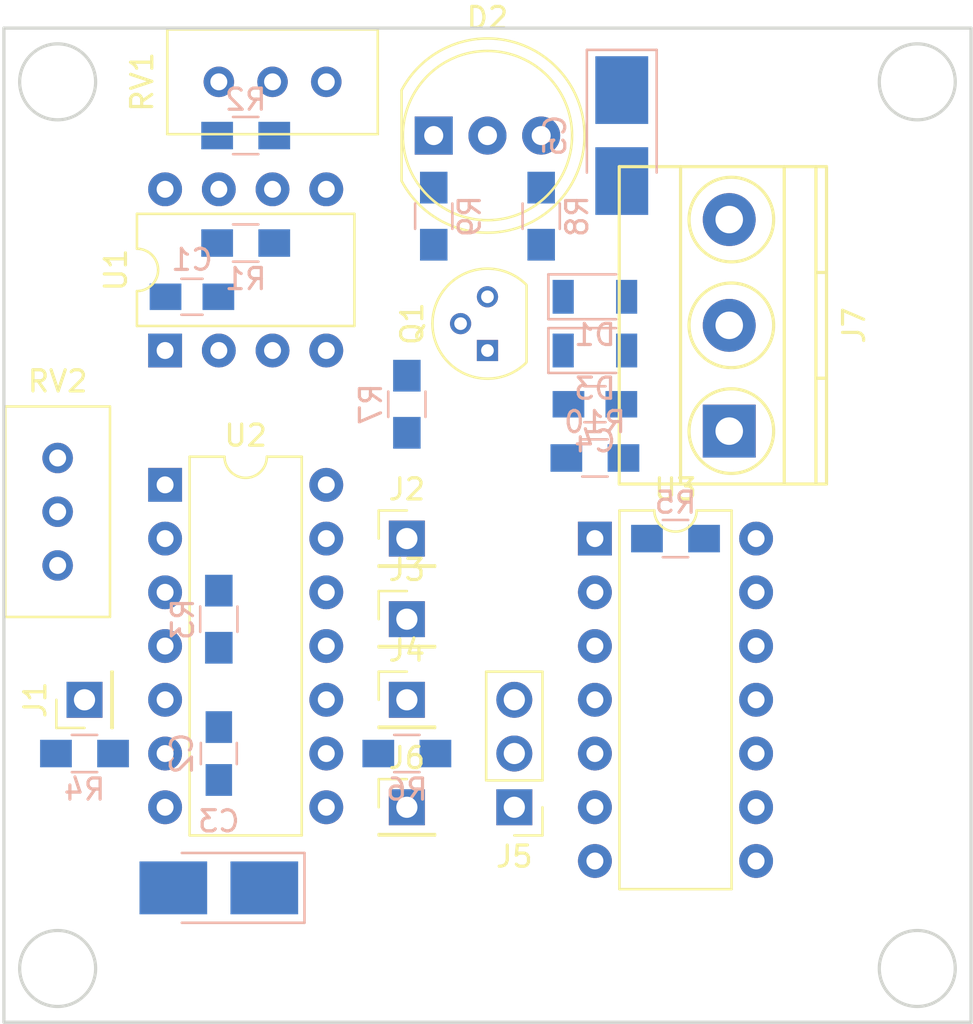
<source format=kicad_pcb>
(kicad_pcb (version 4) (host pcbnew 4.0.7)

  (general
    (links 62)
    (no_connects 62)
    (area 109.144999 85.014999 155.015001 132.155001)
    (thickness 1.6)
    (drawings 12)
    (tracks 0)
    (zones 0)
    (modules 31)
    (nets 32)
  )

  (page A4)
  (layers
    (0 F.Cu signal)
    (31 B.Cu signal)
    (32 B.Adhes user)
    (33 F.Adhes user)
    (34 B.Paste user)
    (35 F.Paste user)
    (36 B.SilkS user)
    (37 F.SilkS user)
    (38 B.Mask user)
    (39 F.Mask user)
    (40 Dwgs.User user)
    (41 Cmts.User user)
    (42 Eco1.User user)
    (43 Eco2.User user)
    (44 Edge.Cuts user)
    (45 Margin user)
    (46 B.CrtYd user)
    (47 F.CrtYd user)
    (48 B.Fab user)
    (49 F.Fab user)
  )

  (setup
    (last_trace_width 0.25)
    (trace_clearance 0.2)
    (zone_clearance 0.508)
    (zone_45_only no)
    (trace_min 0.2)
    (segment_width 0.2)
    (edge_width 0.15)
    (via_size 0.6)
    (via_drill 0.4)
    (via_min_size 0.4)
    (via_min_drill 0.3)
    (uvia_size 0.3)
    (uvia_drill 0.1)
    (uvias_allowed no)
    (uvia_min_size 0.2)
    (uvia_min_drill 0.1)
    (pcb_text_width 0.3)
    (pcb_text_size 1.5 1.5)
    (mod_edge_width 0.15)
    (mod_text_size 1 1)
    (mod_text_width 0.15)
    (pad_size 1.524 1.524)
    (pad_drill 0.762)
    (pad_to_mask_clearance 0.2)
    (aux_axis_origin 0 0)
    (visible_elements FFFFFF7F)
    (pcbplotparams
      (layerselection 0x00030_80000001)
      (usegerberextensions false)
      (excludeedgelayer true)
      (linewidth 0.100000)
      (plotframeref false)
      (viasonmask false)
      (mode 1)
      (useauxorigin false)
      (hpglpennumber 1)
      (hpglpenspeed 20)
      (hpglpendiameter 15)
      (hpglpenoverlay 2)
      (psnegative false)
      (psa4output false)
      (plotreference true)
      (plotvalue true)
      (plotinvisibletext false)
      (padsonsilk false)
      (subtractmaskfromsilk false)
      (outputformat 1)
      (mirror false)
      (drillshape 1)
      (scaleselection 1)
      (outputdirectory ""))
  )

  (net 0 "")
  (net 1 "Net-(C1-Pad1)")
  (net 2 GND)
  (net 3 "Net-(C2-Pad1)")
  (net 4 "Net-(C3-Pad1)")
  (net 5 "Net-(C4-Pad1)")
  (net 6 "Net-(D1-Pad1)")
  (net 7 "Net-(D1-Pad2)")
  (net 8 "Net-(D2-Pad1)")
  (net 9 +5V)
  (net 10 "Net-(D2-Pad3)")
  (net 11 "Net-(J1-Pad1)")
  (net 12 "Net-(J2-Pad1)")
  (net 13 "Net-(J3-Pad1)")
  (net 14 "Net-(J4-Pad1)")
  (net 15 "Net-(J5-Pad1)")
  (net 16 "Net-(J5-Pad2)")
  (net 17 "Net-(J5-Pad3)")
  (net 18 "Net-(J6-Pad1)")
  (net 19 "Net-(J7-Pad2)")
  (net 20 "Net-(Q1-Pad2)")
  (net 21 "Net-(R1-Pad1)")
  (net 22 "Net-(R2-Pad1)")
  (net 23 "Net-(R3-Pad2)")
  (net 24 "Net-(R4-Pad1)")
  (net 25 "Net-(R4-Pad2)")
  (net 26 "Net-(R5-Pad2)")
  (net 27 "Net-(U1-Pad5)")
  (net 28 "Net-(U1-Pad3)")
  (net 29 "Net-(U1-Pad4)")
  (net 30 "Net-(U3-Pad12)")
  (net 31 "Net-(U3-Pad9)")

  (net_class Default "Это класс цепей по умолчанию."
    (clearance 0.2)
    (trace_width 0.25)
    (via_dia 0.6)
    (via_drill 0.4)
    (uvia_dia 0.3)
    (uvia_drill 0.1)
    (add_net +5V)
    (add_net GND)
    (add_net "Net-(C1-Pad1)")
    (add_net "Net-(C2-Pad1)")
    (add_net "Net-(C3-Pad1)")
    (add_net "Net-(C4-Pad1)")
    (add_net "Net-(D1-Pad1)")
    (add_net "Net-(D1-Pad2)")
    (add_net "Net-(D2-Pad1)")
    (add_net "Net-(D2-Pad3)")
    (add_net "Net-(J1-Pad1)")
    (add_net "Net-(J2-Pad1)")
    (add_net "Net-(J3-Pad1)")
    (add_net "Net-(J4-Pad1)")
    (add_net "Net-(J5-Pad1)")
    (add_net "Net-(J5-Pad2)")
    (add_net "Net-(J5-Pad3)")
    (add_net "Net-(J6-Pad1)")
    (add_net "Net-(J7-Pad2)")
    (add_net "Net-(Q1-Pad2)")
    (add_net "Net-(R1-Pad1)")
    (add_net "Net-(R2-Pad1)")
    (add_net "Net-(R3-Pad2)")
    (add_net "Net-(R4-Pad1)")
    (add_net "Net-(R4-Pad2)")
    (add_net "Net-(R5-Pad2)")
    (add_net "Net-(U1-Pad3)")
    (add_net "Net-(U1-Pad4)")
    (add_net "Net-(U1-Pad5)")
    (add_net "Net-(U3-Pad12)")
    (add_net "Net-(U3-Pad9)")
  )

  (module Capacitors_SMD:C_0805_HandSoldering (layer B.Cu) (tedit 58AA84A8) (tstamp 5A5782A8)
    (at 118.11 97.79 180)
    (descr "Capacitor SMD 0805, hand soldering")
    (tags "capacitor 0805")
    (path /5A57793B)
    (attr smd)
    (fp_text reference C1 (at 0 1.75 180) (layer B.SilkS)
      (effects (font (size 1 1) (thickness 0.15)) (justify mirror))
    )
    (fp_text value 2n2 (at 0 -1.75 180) (layer B.Fab)
      (effects (font (size 1 1) (thickness 0.15)) (justify mirror))
    )
    (fp_text user %R (at 0 1.75 180) (layer B.Fab)
      (effects (font (size 1 1) (thickness 0.15)) (justify mirror))
    )
    (fp_line (start -1 -0.62) (end -1 0.62) (layer B.Fab) (width 0.1))
    (fp_line (start 1 -0.62) (end -1 -0.62) (layer B.Fab) (width 0.1))
    (fp_line (start 1 0.62) (end 1 -0.62) (layer B.Fab) (width 0.1))
    (fp_line (start -1 0.62) (end 1 0.62) (layer B.Fab) (width 0.1))
    (fp_line (start 0.5 0.85) (end -0.5 0.85) (layer B.SilkS) (width 0.12))
    (fp_line (start -0.5 -0.85) (end 0.5 -0.85) (layer B.SilkS) (width 0.12))
    (fp_line (start -2.25 0.88) (end 2.25 0.88) (layer B.CrtYd) (width 0.05))
    (fp_line (start -2.25 0.88) (end -2.25 -0.87) (layer B.CrtYd) (width 0.05))
    (fp_line (start 2.25 -0.87) (end 2.25 0.88) (layer B.CrtYd) (width 0.05))
    (fp_line (start 2.25 -0.87) (end -2.25 -0.87) (layer B.CrtYd) (width 0.05))
    (pad 1 smd rect (at -1.25 0 180) (size 1.5 1.25) (layers B.Cu B.Paste B.Mask)
      (net 1 "Net-(C1-Pad1)"))
    (pad 2 smd rect (at 1.25 0 180) (size 1.5 1.25) (layers B.Cu B.Paste B.Mask)
      (net 2 GND))
    (model Capacitors_SMD.3dshapes/C_0805.wrl
      (at (xyz 0 0 0))
      (scale (xyz 1 1 1))
      (rotate (xyz 0 0 0))
    )
  )

  (module Capacitors_SMD:C_0805_HandSoldering (layer B.Cu) (tedit 58AA84A8) (tstamp 5A5782AE)
    (at 119.38 119.38 270)
    (descr "Capacitor SMD 0805, hand soldering")
    (tags "capacitor 0805")
    (path /5A5788DE)
    (attr smd)
    (fp_text reference C2 (at 0 1.75 270) (layer B.SilkS)
      (effects (font (size 1 1) (thickness 0.15)) (justify mirror))
    )
    (fp_text value 10pF (at 0 -1.75 270) (layer B.Fab)
      (effects (font (size 1 1) (thickness 0.15)) (justify mirror))
    )
    (fp_text user %R (at 0 1.75 270) (layer B.Fab)
      (effects (font (size 1 1) (thickness 0.15)) (justify mirror))
    )
    (fp_line (start -1 -0.62) (end -1 0.62) (layer B.Fab) (width 0.1))
    (fp_line (start 1 -0.62) (end -1 -0.62) (layer B.Fab) (width 0.1))
    (fp_line (start 1 0.62) (end 1 -0.62) (layer B.Fab) (width 0.1))
    (fp_line (start -1 0.62) (end 1 0.62) (layer B.Fab) (width 0.1))
    (fp_line (start 0.5 0.85) (end -0.5 0.85) (layer B.SilkS) (width 0.12))
    (fp_line (start -0.5 -0.85) (end 0.5 -0.85) (layer B.SilkS) (width 0.12))
    (fp_line (start -2.25 0.88) (end 2.25 0.88) (layer B.CrtYd) (width 0.05))
    (fp_line (start -2.25 0.88) (end -2.25 -0.87) (layer B.CrtYd) (width 0.05))
    (fp_line (start 2.25 -0.87) (end 2.25 0.88) (layer B.CrtYd) (width 0.05))
    (fp_line (start 2.25 -0.87) (end -2.25 -0.87) (layer B.CrtYd) (width 0.05))
    (pad 1 smd rect (at -1.25 0 270) (size 1.5 1.25) (layers B.Cu B.Paste B.Mask)
      (net 3 "Net-(C2-Pad1)"))
    (pad 2 smd rect (at 1.25 0 270) (size 1.5 1.25) (layers B.Cu B.Paste B.Mask)
      (net 2 GND))
    (model Capacitors_SMD.3dshapes/C_0805.wrl
      (at (xyz 0 0 0))
      (scale (xyz 1 1 1))
      (rotate (xyz 0 0 0))
    )
  )

  (module Capacitors_Tantalum_SMD:CP_Tantalum_Case-B_EIA-3528-21_Hand (layer B.Cu) (tedit 58CC8C08) (tstamp 5A5782B4)
    (at 119.38 125.73 180)
    (descr "Tantalum capacitor, Case B, EIA 3528-21, 3.5x2.8x1.9mm, Hand soldering footprint")
    (tags "capacitor tantalum smd")
    (path /5A578B00)
    (attr smd)
    (fp_text reference C3 (at 0 3.15 180) (layer B.SilkS)
      (effects (font (size 1 1) (thickness 0.15)) (justify mirror))
    )
    (fp_text value 10,0 (at 0 -3.15 180) (layer B.Fab)
      (effects (font (size 1 1) (thickness 0.15)) (justify mirror))
    )
    (fp_text user %R (at 0 0 180) (layer B.Fab)
      (effects (font (size 0.8 0.8) (thickness 0.12)) (justify mirror))
    )
    (fp_line (start -4.15 1.75) (end -4.15 -1.75) (layer B.CrtYd) (width 0.05))
    (fp_line (start -4.15 -1.75) (end 4.15 -1.75) (layer B.CrtYd) (width 0.05))
    (fp_line (start 4.15 -1.75) (end 4.15 1.75) (layer B.CrtYd) (width 0.05))
    (fp_line (start 4.15 1.75) (end -4.15 1.75) (layer B.CrtYd) (width 0.05))
    (fp_line (start -1.75 1.4) (end -1.75 -1.4) (layer B.Fab) (width 0.1))
    (fp_line (start -1.75 -1.4) (end 1.75 -1.4) (layer B.Fab) (width 0.1))
    (fp_line (start 1.75 -1.4) (end 1.75 1.4) (layer B.Fab) (width 0.1))
    (fp_line (start 1.75 1.4) (end -1.75 1.4) (layer B.Fab) (width 0.1))
    (fp_line (start -1.4 1.4) (end -1.4 -1.4) (layer B.Fab) (width 0.1))
    (fp_line (start -1.225 1.4) (end -1.225 -1.4) (layer B.Fab) (width 0.1))
    (fp_line (start -4.05 1.65) (end 1.75 1.65) (layer B.SilkS) (width 0.12))
    (fp_line (start -4.05 -1.65) (end 1.75 -1.65) (layer B.SilkS) (width 0.12))
    (fp_line (start -4.05 1.65) (end -4.05 -1.65) (layer B.SilkS) (width 0.12))
    (pad 1 smd rect (at -2.15 0 180) (size 3.2 2.5) (layers B.Cu B.Paste B.Mask)
      (net 4 "Net-(C3-Pad1)"))
    (pad 2 smd rect (at 2.15 0 180) (size 3.2 2.5) (layers B.Cu B.Paste B.Mask)
      (net 2 GND))
    (model Capacitors_Tantalum_SMD.3dshapes/CP_Tantalum_Case-B_EIA-3528-21.wrl
      (at (xyz 0 0 0))
      (scale (xyz 1 1 1))
      (rotate (xyz 0 0 0))
    )
  )

  (module Capacitors_SMD:C_0805_HandSoldering (layer B.Cu) (tedit 58AA84A8) (tstamp 5A5782BA)
    (at 137.16 102.87)
    (descr "Capacitor SMD 0805, hand soldering")
    (tags "capacitor 0805")
    (path /5A579830)
    (attr smd)
    (fp_text reference C4 (at 0 1.75) (layer B.SilkS)
      (effects (font (size 1 1) (thickness 0.15)) (justify mirror))
    )
    (fp_text value 0,1 (at 0 -1.75) (layer B.Fab)
      (effects (font (size 1 1) (thickness 0.15)) (justify mirror))
    )
    (fp_text user %R (at 0 1.75) (layer B.Fab)
      (effects (font (size 1 1) (thickness 0.15)) (justify mirror))
    )
    (fp_line (start -1 -0.62) (end -1 0.62) (layer B.Fab) (width 0.1))
    (fp_line (start 1 -0.62) (end -1 -0.62) (layer B.Fab) (width 0.1))
    (fp_line (start 1 0.62) (end 1 -0.62) (layer B.Fab) (width 0.1))
    (fp_line (start -1 0.62) (end 1 0.62) (layer B.Fab) (width 0.1))
    (fp_line (start 0.5 0.85) (end -0.5 0.85) (layer B.SilkS) (width 0.12))
    (fp_line (start -0.5 -0.85) (end 0.5 -0.85) (layer B.SilkS) (width 0.12))
    (fp_line (start -2.25 0.88) (end 2.25 0.88) (layer B.CrtYd) (width 0.05))
    (fp_line (start -2.25 0.88) (end -2.25 -0.87) (layer B.CrtYd) (width 0.05))
    (fp_line (start 2.25 -0.87) (end 2.25 0.88) (layer B.CrtYd) (width 0.05))
    (fp_line (start 2.25 -0.87) (end -2.25 -0.87) (layer B.CrtYd) (width 0.05))
    (pad 1 smd rect (at -1.25 0) (size 1.5 1.25) (layers B.Cu B.Paste B.Mask)
      (net 5 "Net-(C4-Pad1)"))
    (pad 2 smd rect (at 1.25 0) (size 1.5 1.25) (layers B.Cu B.Paste B.Mask)
      (net 2 GND))
    (model Capacitors_SMD.3dshapes/C_0805.wrl
      (at (xyz 0 0 0))
      (scale (xyz 1 1 1))
      (rotate (xyz 0 0 0))
    )
  )

  (module Diodes_SMD:D_1206 (layer B.Cu) (tedit 590CEAF5) (tstamp 5A5782C0)
    (at 137.16 97.79)
    (descr "Diode SMD 1206, reflow soldering http://datasheets.avx.com/schottky.pdf")
    (tags "Diode 1206")
    (path /5A5797B5)
    (attr smd)
    (fp_text reference D1 (at 0 1.8) (layer B.SilkS)
      (effects (font (size 1 1) (thickness 0.15)) (justify mirror))
    )
    (fp_text value 1N4148 (at 0 -1.9) (layer B.Fab)
      (effects (font (size 1 1) (thickness 0.15)) (justify mirror))
    )
    (fp_text user %R (at 0 1.8) (layer B.Fab)
      (effects (font (size 1 1) (thickness 0.15)) (justify mirror))
    )
    (fp_line (start -0.254 0.254) (end -0.254 -0.254) (layer B.Fab) (width 0.1))
    (fp_line (start 0.127 0) (end 0.381 0) (layer B.Fab) (width 0.1))
    (fp_line (start -0.254 0) (end -0.508 0) (layer B.Fab) (width 0.1))
    (fp_line (start 0.127 -0.254) (end -0.254 0) (layer B.Fab) (width 0.1))
    (fp_line (start 0.127 0.254) (end 0.127 -0.254) (layer B.Fab) (width 0.1))
    (fp_line (start -0.254 0) (end 0.127 0.254) (layer B.Fab) (width 0.1))
    (fp_line (start -2.2 1.06) (end -2.2 -1.06) (layer B.SilkS) (width 0.12))
    (fp_line (start -1.7 -0.95) (end -1.7 0.95) (layer B.Fab) (width 0.1))
    (fp_line (start 1.7 -0.95) (end -1.7 -0.95) (layer B.Fab) (width 0.1))
    (fp_line (start 1.7 0.95) (end 1.7 -0.95) (layer B.Fab) (width 0.1))
    (fp_line (start -1.7 0.95) (end 1.7 0.95) (layer B.Fab) (width 0.1))
    (fp_line (start -2.3 1.16) (end 2.3 1.16) (layer B.CrtYd) (width 0.05))
    (fp_line (start -2.3 -1.16) (end 2.3 -1.16) (layer B.CrtYd) (width 0.05))
    (fp_line (start -2.3 1.16) (end -2.3 -1.16) (layer B.CrtYd) (width 0.05))
    (fp_line (start 2.3 1.16) (end 2.3 -1.16) (layer B.CrtYd) (width 0.05))
    (fp_line (start 1 1.06) (end -2.2 1.06) (layer B.SilkS) (width 0.12))
    (fp_line (start -2.2 -1.06) (end 1 -1.06) (layer B.SilkS) (width 0.12))
    (pad 1 smd rect (at -1.5 0) (size 1 1.6) (layers B.Cu B.Paste B.Mask)
      (net 6 "Net-(D1-Pad1)"))
    (pad 2 smd rect (at 1.5 0) (size 1 1.6) (layers B.Cu B.Paste B.Mask)
      (net 7 "Net-(D1-Pad2)"))
    (model ${KISYS3DMOD}/Diodes_SMD.3dshapes/D_1206.wrl
      (at (xyz 0 0 0))
      (scale (xyz 1 1 1))
      (rotate (xyz 0 0 0))
    )
  )

  (module LEDs:LED_D8.0mm-3 (layer F.Cu) (tedit 587A3A7B) (tstamp 5A5782C7)
    (at 129.54 90.17)
    (descr "LED, diameter 8.0mm, 2 pins, diameter 8.0mm, 3 pins")
    (tags "LED diameter 8.0mm 2 pins diameter 8.0mm 3 pins")
    (path /5A579B98)
    (fp_text reference D2 (at 2.54 -5.56) (layer F.SilkS)
      (effects (font (size 1 1) (thickness 0.15)))
    )
    (fp_text value LED_Dual_CAC (at 2.54 5.56) (layer F.Fab)
      (effects (font (size 1 1) (thickness 0.15)))
    )
    (fp_arc (start 2.54 0) (end -1.46 -2.061553) (angle 305.5) (layer F.Fab) (width 0.1))
    (fp_arc (start 2.54 0) (end -1.52 -2.141145) (angle 152.2) (layer F.SilkS) (width 0.12))
    (fp_arc (start 2.54 0) (end -1.52 2.141145) (angle -152.2) (layer F.SilkS) (width 0.12))
    (fp_circle (center 2.54 0) (end 6.54 0) (layer F.Fab) (width 0.1))
    (fp_circle (center 2.54 0) (end 6.54 0) (layer F.SilkS) (width 0.12))
    (fp_line (start -1.46 -2.061553) (end -1.46 2.061553) (layer F.Fab) (width 0.1))
    (fp_line (start -1.52 -2.142) (end -1.52 2.142) (layer F.SilkS) (width 0.12))
    (fp_line (start -2.3 -4.85) (end -2.3 4.85) (layer F.CrtYd) (width 0.05))
    (fp_line (start -2.3 4.85) (end 7.35 4.85) (layer F.CrtYd) (width 0.05))
    (fp_line (start 7.35 4.85) (end 7.35 -4.85) (layer F.CrtYd) (width 0.05))
    (fp_line (start 7.35 -4.85) (end -2.3 -4.85) (layer F.CrtYd) (width 0.05))
    (pad 1 thru_hole rect (at 0 0) (size 1.8 1.8) (drill 0.9) (layers *.Cu *.Mask)
      (net 8 "Net-(D2-Pad1)"))
    (pad 2 thru_hole circle (at 2.54 0) (size 1.8 1.8) (drill 0.9) (layers *.Cu *.Mask)
      (net 9 +5V))
    (pad 3 thru_hole circle (at 5.08 0) (size 1.8 1.8) (drill 0.9) (layers *.Cu *.Mask)
      (net 10 "Net-(D2-Pad3)"))
    (model ${KISYS3DMOD}/LEDs.3dshapes/LED_D8.0mm-3.wrl
      (at (xyz 0 0 0))
      (scale (xyz 0.393701 0.393701 0.393701))
      (rotate (xyz 0 0 0))
    )
  )

  (module Diodes_SMD:D_1206 (layer B.Cu) (tedit 590CEAF5) (tstamp 5A5782CD)
    (at 137.16 100.33)
    (descr "Diode SMD 1206, reflow soldering http://datasheets.avx.com/schottky.pdf")
    (tags "Diode 1206")
    (path /5A579726)
    (attr smd)
    (fp_text reference D3 (at 0 1.8) (layer B.SilkS)
      (effects (font (size 1 1) (thickness 0.15)) (justify mirror))
    )
    (fp_text value 1N4148 (at 0 -1.9) (layer B.Fab)
      (effects (font (size 1 1) (thickness 0.15)) (justify mirror))
    )
    (fp_text user %R (at 0 1.8) (layer B.Fab)
      (effects (font (size 1 1) (thickness 0.15)) (justify mirror))
    )
    (fp_line (start -0.254 0.254) (end -0.254 -0.254) (layer B.Fab) (width 0.1))
    (fp_line (start 0.127 0) (end 0.381 0) (layer B.Fab) (width 0.1))
    (fp_line (start -0.254 0) (end -0.508 0) (layer B.Fab) (width 0.1))
    (fp_line (start 0.127 -0.254) (end -0.254 0) (layer B.Fab) (width 0.1))
    (fp_line (start 0.127 0.254) (end 0.127 -0.254) (layer B.Fab) (width 0.1))
    (fp_line (start -0.254 0) (end 0.127 0.254) (layer B.Fab) (width 0.1))
    (fp_line (start -2.2 1.06) (end -2.2 -1.06) (layer B.SilkS) (width 0.12))
    (fp_line (start -1.7 -0.95) (end -1.7 0.95) (layer B.Fab) (width 0.1))
    (fp_line (start 1.7 -0.95) (end -1.7 -0.95) (layer B.Fab) (width 0.1))
    (fp_line (start 1.7 0.95) (end 1.7 -0.95) (layer B.Fab) (width 0.1))
    (fp_line (start -1.7 0.95) (end 1.7 0.95) (layer B.Fab) (width 0.1))
    (fp_line (start -2.3 1.16) (end 2.3 1.16) (layer B.CrtYd) (width 0.05))
    (fp_line (start -2.3 -1.16) (end 2.3 -1.16) (layer B.CrtYd) (width 0.05))
    (fp_line (start -2.3 1.16) (end -2.3 -1.16) (layer B.CrtYd) (width 0.05))
    (fp_line (start 2.3 1.16) (end 2.3 -1.16) (layer B.CrtYd) (width 0.05))
    (fp_line (start 1 1.06) (end -2.2 1.06) (layer B.SilkS) (width 0.12))
    (fp_line (start -2.2 -1.06) (end 1 -1.06) (layer B.SilkS) (width 0.12))
    (pad 1 smd rect (at -1.5 0) (size 1 1.6) (layers B.Cu B.Paste B.Mask)
      (net 6 "Net-(D1-Pad1)"))
    (pad 2 smd rect (at 1.5 0) (size 1 1.6) (layers B.Cu B.Paste B.Mask)
      (net 5 "Net-(C4-Pad1)"))
    (model ${KISYS3DMOD}/Diodes_SMD.3dshapes/D_1206.wrl
      (at (xyz 0 0 0))
      (scale (xyz 1 1 1))
      (rotate (xyz 0 0 0))
    )
  )

  (module TerminalBlocks_Phoenix:TerminalBlock_Phoenix_MKDS1.5-3pol (layer F.Cu) (tedit 59FF0968) (tstamp 5A5782F4)
    (at 143.51 104.14 90)
    (descr "3-way 5mm pitch terminal block, Phoenix MKDS series")
    (path /5A57A1B7)
    (fp_text reference J7 (at 5 5.9 90) (layer F.SilkS)
      (effects (font (size 1 1) (thickness 0.15)))
    )
    (fp_text value Pwr/Out (at 5 -6.6 90) (layer F.Fab)
      (effects (font (size 1 1) (thickness 0.15)))
    )
    (fp_text user %R (at 5 0 90) (layer F.Fab)
      (effects (font (size 1 1) (thickness 0.15)))
    )
    (fp_line (start -2.7 4.8) (end -2.7 -5.4) (layer F.CrtYd) (width 0.05))
    (fp_line (start 12.7 4.8) (end -2.7 4.8) (layer F.CrtYd) (width 0.05))
    (fp_line (start 12.7 -5.4) (end 12.7 4.8) (layer F.CrtYd) (width 0.05))
    (fp_line (start -2.7 -5.4) (end 12.7 -5.4) (layer F.CrtYd) (width 0.05))
    (fp_line (start 7.5 4.1) (end 7.5 4.6) (layer F.SilkS) (width 0.15))
    (fp_line (start 2.5 4.1) (end 2.5 4.6) (layer F.SilkS) (width 0.15))
    (fp_line (start -2.5 2.6) (end 12.5 2.6) (layer F.SilkS) (width 0.15))
    (fp_line (start -2.5 -2.3) (end 12.5 -2.3) (layer F.SilkS) (width 0.15))
    (fp_line (start -2.5 4.1) (end 12.5 4.1) (layer F.SilkS) (width 0.15))
    (fp_line (start -2.5 4.6) (end 12.5 4.6) (layer F.SilkS) (width 0.15))
    (fp_line (start 12.5 4.6) (end 12.5 -5.2) (layer F.SilkS) (width 0.15))
    (fp_line (start 12.5 -5.2) (end -2.5 -5.2) (layer F.SilkS) (width 0.15))
    (fp_line (start -2.5 -5.2) (end -2.5 4.6) (layer F.SilkS) (width 0.15))
    (fp_circle (center 10 0.1) (end 8 0.1) (layer F.SilkS) (width 0.15))
    (fp_circle (center 5 0.1) (end 3 0.1) (layer F.SilkS) (width 0.15))
    (fp_circle (center 0 0.1) (end 2 0.1) (layer F.SilkS) (width 0.15))
    (pad 3 thru_hole circle (at 10 0 90) (size 2.5 2.5) (drill 1.3) (layers *.Cu *.Mask)
      (net 2 GND))
    (pad 1 thru_hole rect (at 0 0 90) (size 2.5 2.5) (drill 1.3) (layers *.Cu *.Mask)
      (net 9 +5V))
    (pad 2 thru_hole circle (at 5 0 90) (size 2.5 2.5) (drill 1.3) (layers *.Cu *.Mask)
      (net 19 "Net-(J7-Pad2)"))
    (model ${KISYS3DMOD}/TerminalBlock_Phoenix.3dshapes/TerminalBlock_Phoenix_MKDS1.5-3pol.wrl
      (at (xyz 0.1968 0 0))
      (scale (xyz 1 1 1))
      (rotate (xyz 0 0 0))
    )
  )

  (module TO_SOT_Packages_THT:TO-92_Molded_Narrow (layer F.Cu) (tedit 58CE52AF) (tstamp 5A5782FB)
    (at 132.08 100.33 90)
    (descr "TO-92 leads molded, narrow, drill 0.6mm (see NXP sot054_po.pdf)")
    (tags "to-92 sc-43 sc-43a sot54 PA33 transistor")
    (path /5A57953A)
    (fp_text reference Q1 (at 1.27 -3.56 90) (layer F.SilkS)
      (effects (font (size 1 1) (thickness 0.15)))
    )
    (fp_text value BC546 (at 1.27 2.79 90) (layer F.Fab)
      (effects (font (size 1 1) (thickness 0.15)))
    )
    (fp_text user %R (at 1.27 -3.56 90) (layer F.Fab)
      (effects (font (size 1 1) (thickness 0.15)))
    )
    (fp_line (start -0.53 1.85) (end 3.07 1.85) (layer F.SilkS) (width 0.12))
    (fp_line (start -0.5 1.75) (end 3 1.75) (layer F.Fab) (width 0.1))
    (fp_line (start -1.46 -2.73) (end 4 -2.73) (layer F.CrtYd) (width 0.05))
    (fp_line (start -1.46 -2.73) (end -1.46 2.01) (layer F.CrtYd) (width 0.05))
    (fp_line (start 4 2.01) (end 4 -2.73) (layer F.CrtYd) (width 0.05))
    (fp_line (start 4 2.01) (end -1.46 2.01) (layer F.CrtYd) (width 0.05))
    (fp_arc (start 1.27 0) (end 1.27 -2.48) (angle 135) (layer F.Fab) (width 0.1))
    (fp_arc (start 1.27 0) (end 1.27 -2.6) (angle -135) (layer F.SilkS) (width 0.12))
    (fp_arc (start 1.27 0) (end 1.27 -2.48) (angle -135) (layer F.Fab) (width 0.1))
    (fp_arc (start 1.27 0) (end 1.27 -2.6) (angle 135) (layer F.SilkS) (width 0.12))
    (pad 2 thru_hole circle (at 1.27 -1.27 180) (size 1 1) (drill 0.6) (layers *.Cu *.Mask)
      (net 20 "Net-(Q1-Pad2)"))
    (pad 3 thru_hole circle (at 2.54 0 180) (size 1 1) (drill 0.6) (layers *.Cu *.Mask)
      (net 2 GND))
    (pad 1 thru_hole rect (at 0 0 180) (size 1 1) (drill 0.6) (layers *.Cu *.Mask)
      (net 6 "Net-(D1-Pad1)"))
    (model ${KISYS3DMOD}/TO_SOT_Packages_THT.3dshapes/TO-92_Molded_Narrow.wrl
      (at (xyz 0.05 0 0))
      (scale (xyz 1 1 1))
      (rotate (xyz 0 0 -90))
    )
  )

  (module Resistors_SMD:R_0805_HandSoldering (layer B.Cu) (tedit 58E0A804) (tstamp 5A578301)
    (at 120.65 95.25)
    (descr "Resistor SMD 0805, hand soldering")
    (tags "resistor 0805")
    (path /5A5777F8)
    (attr smd)
    (fp_text reference R1 (at 0 1.7) (layer B.SilkS)
      (effects (font (size 1 1) (thickness 0.15)) (justify mirror))
    )
    (fp_text value 1k (at 0 -1.75) (layer B.Fab)
      (effects (font (size 1 1) (thickness 0.15)) (justify mirror))
    )
    (fp_text user %R (at 0 0) (layer B.Fab)
      (effects (font (size 0.5 0.5) (thickness 0.075)) (justify mirror))
    )
    (fp_line (start -1 -0.62) (end -1 0.62) (layer B.Fab) (width 0.1))
    (fp_line (start 1 -0.62) (end -1 -0.62) (layer B.Fab) (width 0.1))
    (fp_line (start 1 0.62) (end 1 -0.62) (layer B.Fab) (width 0.1))
    (fp_line (start -1 0.62) (end 1 0.62) (layer B.Fab) (width 0.1))
    (fp_line (start 0.6 -0.88) (end -0.6 -0.88) (layer B.SilkS) (width 0.12))
    (fp_line (start -0.6 0.88) (end 0.6 0.88) (layer B.SilkS) (width 0.12))
    (fp_line (start -2.35 0.9) (end 2.35 0.9) (layer B.CrtYd) (width 0.05))
    (fp_line (start -2.35 0.9) (end -2.35 -0.9) (layer B.CrtYd) (width 0.05))
    (fp_line (start 2.35 -0.9) (end 2.35 0.9) (layer B.CrtYd) (width 0.05))
    (fp_line (start 2.35 -0.9) (end -2.35 -0.9) (layer B.CrtYd) (width 0.05))
    (pad 1 smd rect (at -1.35 0) (size 1.5 1.3) (layers B.Cu B.Paste B.Mask)
      (net 21 "Net-(R1-Pad1)"))
    (pad 2 smd rect (at 1.35 0) (size 1.5 1.3) (layers B.Cu B.Paste B.Mask)
      (net 1 "Net-(C1-Pad1)"))
    (model ${KISYS3DMOD}/Resistors_SMD.3dshapes/R_0805.wrl
      (at (xyz 0 0 0))
      (scale (xyz 1 1 1))
      (rotate (xyz 0 0 0))
    )
  )

  (module Resistors_SMD:R_0805_HandSoldering (layer B.Cu) (tedit 58E0A804) (tstamp 5A578307)
    (at 120.65 90.17 180)
    (descr "Resistor SMD 0805, hand soldering")
    (tags "resistor 0805")
    (path /5A577837)
    (attr smd)
    (fp_text reference R2 (at 0 1.7 180) (layer B.SilkS)
      (effects (font (size 1 1) (thickness 0.15)) (justify mirror))
    )
    (fp_text value 1k (at 0 -1.75 180) (layer B.Fab)
      (effects (font (size 1 1) (thickness 0.15)) (justify mirror))
    )
    (fp_text user %R (at 0 0 180) (layer B.Fab)
      (effects (font (size 0.5 0.5) (thickness 0.075)) (justify mirror))
    )
    (fp_line (start -1 -0.62) (end -1 0.62) (layer B.Fab) (width 0.1))
    (fp_line (start 1 -0.62) (end -1 -0.62) (layer B.Fab) (width 0.1))
    (fp_line (start 1 0.62) (end 1 -0.62) (layer B.Fab) (width 0.1))
    (fp_line (start -1 0.62) (end 1 0.62) (layer B.Fab) (width 0.1))
    (fp_line (start 0.6 -0.88) (end -0.6 -0.88) (layer B.SilkS) (width 0.12))
    (fp_line (start -0.6 0.88) (end 0.6 0.88) (layer B.SilkS) (width 0.12))
    (fp_line (start -2.35 0.9) (end 2.35 0.9) (layer B.CrtYd) (width 0.05))
    (fp_line (start -2.35 0.9) (end -2.35 -0.9) (layer B.CrtYd) (width 0.05))
    (fp_line (start 2.35 -0.9) (end 2.35 0.9) (layer B.CrtYd) (width 0.05))
    (fp_line (start 2.35 -0.9) (end -2.35 -0.9) (layer B.CrtYd) (width 0.05))
    (pad 1 smd rect (at -1.35 0 180) (size 1.5 1.3) (layers B.Cu B.Paste B.Mask)
      (net 22 "Net-(R2-Pad1)"))
    (pad 2 smd rect (at 1.35 0 180) (size 1.5 1.3) (layers B.Cu B.Paste B.Mask)
      (net 21 "Net-(R1-Pad1)"))
    (model ${KISYS3DMOD}/Resistors_SMD.3dshapes/R_0805.wrl
      (at (xyz 0 0 0))
      (scale (xyz 1 1 1))
      (rotate (xyz 0 0 0))
    )
  )

  (module Resistors_SMD:R_0805_HandSoldering (layer B.Cu) (tedit 58E0A804) (tstamp 5A57830D)
    (at 119.38 113.03 270)
    (descr "Resistor SMD 0805, hand soldering")
    (tags "resistor 0805")
    (path /5A578548)
    (attr smd)
    (fp_text reference R3 (at 0 1.7 270) (layer B.SilkS)
      (effects (font (size 1 1) (thickness 0.15)) (justify mirror))
    )
    (fp_text value 10k (at 0 -1.75 270) (layer B.Fab)
      (effects (font (size 1 1) (thickness 0.15)) (justify mirror))
    )
    (fp_text user %R (at 0 0 270) (layer B.Fab)
      (effects (font (size 0.5 0.5) (thickness 0.075)) (justify mirror))
    )
    (fp_line (start -1 -0.62) (end -1 0.62) (layer B.Fab) (width 0.1))
    (fp_line (start 1 -0.62) (end -1 -0.62) (layer B.Fab) (width 0.1))
    (fp_line (start 1 0.62) (end 1 -0.62) (layer B.Fab) (width 0.1))
    (fp_line (start -1 0.62) (end 1 0.62) (layer B.Fab) (width 0.1))
    (fp_line (start 0.6 -0.88) (end -0.6 -0.88) (layer B.SilkS) (width 0.12))
    (fp_line (start -0.6 0.88) (end 0.6 0.88) (layer B.SilkS) (width 0.12))
    (fp_line (start -2.35 0.9) (end 2.35 0.9) (layer B.CrtYd) (width 0.05))
    (fp_line (start -2.35 0.9) (end -2.35 -0.9) (layer B.CrtYd) (width 0.05))
    (fp_line (start 2.35 -0.9) (end 2.35 0.9) (layer B.CrtYd) (width 0.05))
    (fp_line (start 2.35 -0.9) (end -2.35 -0.9) (layer B.CrtYd) (width 0.05))
    (pad 1 smd rect (at -1.35 0 270) (size 1.5 1.3) (layers B.Cu B.Paste B.Mask)
      (net 12 "Net-(J2-Pad1)"))
    (pad 2 smd rect (at 1.35 0 270) (size 1.5 1.3) (layers B.Cu B.Paste B.Mask)
      (net 23 "Net-(R3-Pad2)"))
    (model ${KISYS3DMOD}/Resistors_SMD.3dshapes/R_0805.wrl
      (at (xyz 0 0 0))
      (scale (xyz 1 1 1))
      (rotate (xyz 0 0 0))
    )
  )

  (module Resistors_SMD:R_0805_HandSoldering (layer B.Cu) (tedit 58E0A804) (tstamp 5A578313)
    (at 113.03 119.38)
    (descr "Resistor SMD 0805, hand soldering")
    (tags "resistor 0805")
    (path /5A578799)
    (attr smd)
    (fp_text reference R4 (at 0 1.7) (layer B.SilkS)
      (effects (font (size 1 1) (thickness 0.15)) (justify mirror))
    )
    (fp_text value 2k (at 0 -1.75) (layer B.Fab)
      (effects (font (size 1 1) (thickness 0.15)) (justify mirror))
    )
    (fp_text user %R (at 0 0) (layer B.Fab)
      (effects (font (size 0.5 0.5) (thickness 0.075)) (justify mirror))
    )
    (fp_line (start -1 -0.62) (end -1 0.62) (layer B.Fab) (width 0.1))
    (fp_line (start 1 -0.62) (end -1 -0.62) (layer B.Fab) (width 0.1))
    (fp_line (start 1 0.62) (end 1 -0.62) (layer B.Fab) (width 0.1))
    (fp_line (start -1 0.62) (end 1 0.62) (layer B.Fab) (width 0.1))
    (fp_line (start 0.6 -0.88) (end -0.6 -0.88) (layer B.SilkS) (width 0.12))
    (fp_line (start -0.6 0.88) (end 0.6 0.88) (layer B.SilkS) (width 0.12))
    (fp_line (start -2.35 0.9) (end 2.35 0.9) (layer B.CrtYd) (width 0.05))
    (fp_line (start -2.35 0.9) (end -2.35 -0.9) (layer B.CrtYd) (width 0.05))
    (fp_line (start 2.35 -0.9) (end 2.35 0.9) (layer B.CrtYd) (width 0.05))
    (fp_line (start 2.35 -0.9) (end -2.35 -0.9) (layer B.CrtYd) (width 0.05))
    (pad 1 smd rect (at -1.35 0) (size 1.5 1.3) (layers B.Cu B.Paste B.Mask)
      (net 24 "Net-(R4-Pad1)"))
    (pad 2 smd rect (at 1.35 0) (size 1.5 1.3) (layers B.Cu B.Paste B.Mask)
      (net 25 "Net-(R4-Pad2)"))
    (model ${KISYS3DMOD}/Resistors_SMD.3dshapes/R_0805.wrl
      (at (xyz 0 0 0))
      (scale (xyz 1 1 1))
      (rotate (xyz 0 0 0))
    )
  )

  (module Resistors_SMD:R_0805_HandSoldering (layer B.Cu) (tedit 58E0A804) (tstamp 5A578319)
    (at 140.97 109.22 180)
    (descr "Resistor SMD 0805, hand soldering")
    (tags "resistor 0805")
    (path /5A578131)
    (attr smd)
    (fp_text reference R5 (at 0 1.7 180) (layer B.SilkS)
      (effects (font (size 1 1) (thickness 0.15)) (justify mirror))
    )
    (fp_text value 1k (at 0 -1.75 180) (layer B.Fab)
      (effects (font (size 1 1) (thickness 0.15)) (justify mirror))
    )
    (fp_text user %R (at 0 0 180) (layer B.Fab)
      (effects (font (size 0.5 0.5) (thickness 0.075)) (justify mirror))
    )
    (fp_line (start -1 -0.62) (end -1 0.62) (layer B.Fab) (width 0.1))
    (fp_line (start 1 -0.62) (end -1 -0.62) (layer B.Fab) (width 0.1))
    (fp_line (start 1 0.62) (end 1 -0.62) (layer B.Fab) (width 0.1))
    (fp_line (start -1 0.62) (end 1 0.62) (layer B.Fab) (width 0.1))
    (fp_line (start 0.6 -0.88) (end -0.6 -0.88) (layer B.SilkS) (width 0.12))
    (fp_line (start -0.6 0.88) (end 0.6 0.88) (layer B.SilkS) (width 0.12))
    (fp_line (start -2.35 0.9) (end 2.35 0.9) (layer B.CrtYd) (width 0.05))
    (fp_line (start -2.35 0.9) (end -2.35 -0.9) (layer B.CrtYd) (width 0.05))
    (fp_line (start 2.35 -0.9) (end 2.35 0.9) (layer B.CrtYd) (width 0.05))
    (fp_line (start 2.35 -0.9) (end -2.35 -0.9) (layer B.CrtYd) (width 0.05))
    (pad 1 smd rect (at -1.35 0 180) (size 1.5 1.3) (layers B.Cu B.Paste B.Mask)
      (net 9 +5V))
    (pad 2 smd rect (at 1.35 0 180) (size 1.5 1.3) (layers B.Cu B.Paste B.Mask)
      (net 26 "Net-(R5-Pad2)"))
    (model ${KISYS3DMOD}/Resistors_SMD.3dshapes/R_0805.wrl
      (at (xyz 0 0 0))
      (scale (xyz 1 1 1))
      (rotate (xyz 0 0 0))
    )
  )

  (module Resistors_SMD:R_0805_HandSoldering (layer B.Cu) (tedit 58E0A804) (tstamp 5A57831F)
    (at 128.27 119.38)
    (descr "Resistor SMD 0805, hand soldering")
    (tags "resistor 0805")
    (path /5A578A74)
    (attr smd)
    (fp_text reference R6 (at 0 1.7) (layer B.SilkS)
      (effects (font (size 1 1) (thickness 0.15)) (justify mirror))
    )
    (fp_text value 10k (at 0 -1.75) (layer B.Fab)
      (effects (font (size 1 1) (thickness 0.15)) (justify mirror))
    )
    (fp_text user %R (at 0 0) (layer B.Fab)
      (effects (font (size 0.5 0.5) (thickness 0.075)) (justify mirror))
    )
    (fp_line (start -1 -0.62) (end -1 0.62) (layer B.Fab) (width 0.1))
    (fp_line (start 1 -0.62) (end -1 -0.62) (layer B.Fab) (width 0.1))
    (fp_line (start 1 0.62) (end 1 -0.62) (layer B.Fab) (width 0.1))
    (fp_line (start -1 0.62) (end 1 0.62) (layer B.Fab) (width 0.1))
    (fp_line (start 0.6 -0.88) (end -0.6 -0.88) (layer B.SilkS) (width 0.12))
    (fp_line (start -0.6 0.88) (end 0.6 0.88) (layer B.SilkS) (width 0.12))
    (fp_line (start -2.35 0.9) (end 2.35 0.9) (layer B.CrtYd) (width 0.05))
    (fp_line (start -2.35 0.9) (end -2.35 -0.9) (layer B.CrtYd) (width 0.05))
    (fp_line (start 2.35 -0.9) (end 2.35 0.9) (layer B.CrtYd) (width 0.05))
    (fp_line (start 2.35 -0.9) (end -2.35 -0.9) (layer B.CrtYd) (width 0.05))
    (pad 1 smd rect (at -1.35 0) (size 1.5 1.3) (layers B.Cu B.Paste B.Mask)
      (net 4 "Net-(C3-Pad1)"))
    (pad 2 smd rect (at 1.35 0) (size 1.5 1.3) (layers B.Cu B.Paste B.Mask)
      (net 16 "Net-(J5-Pad2)"))
    (model ${KISYS3DMOD}/Resistors_SMD.3dshapes/R_0805.wrl
      (at (xyz 0 0 0))
      (scale (xyz 1 1 1))
      (rotate (xyz 0 0 0))
    )
  )

  (module Resistors_SMD:R_0805_HandSoldering (layer B.Cu) (tedit 58E0A804) (tstamp 5A578325)
    (at 128.27 102.87 270)
    (descr "Resistor SMD 0805, hand soldering")
    (tags "resistor 0805")
    (path /5A5794B0)
    (attr smd)
    (fp_text reference R7 (at 0 1.7 270) (layer B.SilkS)
      (effects (font (size 1 1) (thickness 0.15)) (justify mirror))
    )
    (fp_text value 1k (at 0 -1.75 270) (layer B.Fab)
      (effects (font (size 1 1) (thickness 0.15)) (justify mirror))
    )
    (fp_text user %R (at 0 0 270) (layer B.Fab)
      (effects (font (size 0.5 0.5) (thickness 0.075)) (justify mirror))
    )
    (fp_line (start -1 -0.62) (end -1 0.62) (layer B.Fab) (width 0.1))
    (fp_line (start 1 -0.62) (end -1 -0.62) (layer B.Fab) (width 0.1))
    (fp_line (start 1 0.62) (end 1 -0.62) (layer B.Fab) (width 0.1))
    (fp_line (start -1 0.62) (end 1 0.62) (layer B.Fab) (width 0.1))
    (fp_line (start 0.6 -0.88) (end -0.6 -0.88) (layer B.SilkS) (width 0.12))
    (fp_line (start -0.6 0.88) (end 0.6 0.88) (layer B.SilkS) (width 0.12))
    (fp_line (start -2.35 0.9) (end 2.35 0.9) (layer B.CrtYd) (width 0.05))
    (fp_line (start -2.35 0.9) (end -2.35 -0.9) (layer B.CrtYd) (width 0.05))
    (fp_line (start 2.35 -0.9) (end 2.35 0.9) (layer B.CrtYd) (width 0.05))
    (fp_line (start 2.35 -0.9) (end -2.35 -0.9) (layer B.CrtYd) (width 0.05))
    (pad 1 smd rect (at -1.35 0 270) (size 1.5 1.3) (layers B.Cu B.Paste B.Mask)
      (net 20 "Net-(Q1-Pad2)"))
    (pad 2 smd rect (at 1.35 0 270) (size 1.5 1.3) (layers B.Cu B.Paste B.Mask)
      (net 18 "Net-(J6-Pad1)"))
    (model ${KISYS3DMOD}/Resistors_SMD.3dshapes/R_0805.wrl
      (at (xyz 0 0 0))
      (scale (xyz 1 1 1))
      (rotate (xyz 0 0 0))
    )
  )

  (module Resistors_SMD:R_0805_HandSoldering (layer B.Cu) (tedit 58E0A804) (tstamp 5A57832B)
    (at 134.62 93.98 90)
    (descr "Resistor SMD 0805, hand soldering")
    (tags "resistor 0805")
    (path /5A5799F5)
    (attr smd)
    (fp_text reference R8 (at 0 1.7 90) (layer B.SilkS)
      (effects (font (size 1 1) (thickness 0.15)) (justify mirror))
    )
    (fp_text value 1k (at 0 -1.75 90) (layer B.Fab)
      (effects (font (size 1 1) (thickness 0.15)) (justify mirror))
    )
    (fp_text user %R (at 0 0 90) (layer B.Fab)
      (effects (font (size 0.5 0.5) (thickness 0.075)) (justify mirror))
    )
    (fp_line (start -1 -0.62) (end -1 0.62) (layer B.Fab) (width 0.1))
    (fp_line (start 1 -0.62) (end -1 -0.62) (layer B.Fab) (width 0.1))
    (fp_line (start 1 0.62) (end 1 -0.62) (layer B.Fab) (width 0.1))
    (fp_line (start -1 0.62) (end 1 0.62) (layer B.Fab) (width 0.1))
    (fp_line (start 0.6 -0.88) (end -0.6 -0.88) (layer B.SilkS) (width 0.12))
    (fp_line (start -0.6 0.88) (end 0.6 0.88) (layer B.SilkS) (width 0.12))
    (fp_line (start -2.35 0.9) (end 2.35 0.9) (layer B.CrtYd) (width 0.05))
    (fp_line (start -2.35 0.9) (end -2.35 -0.9) (layer B.CrtYd) (width 0.05))
    (fp_line (start 2.35 -0.9) (end 2.35 0.9) (layer B.CrtYd) (width 0.05))
    (fp_line (start 2.35 -0.9) (end -2.35 -0.9) (layer B.CrtYd) (width 0.05))
    (pad 1 smd rect (at -1.35 0 90) (size 1.5 1.3) (layers B.Cu B.Paste B.Mask)
      (net 7 "Net-(D1-Pad2)"))
    (pad 2 smd rect (at 1.35 0 90) (size 1.5 1.3) (layers B.Cu B.Paste B.Mask)
      (net 10 "Net-(D2-Pad3)"))
    (model ${KISYS3DMOD}/Resistors_SMD.3dshapes/R_0805.wrl
      (at (xyz 0 0 0))
      (scale (xyz 1 1 1))
      (rotate (xyz 0 0 0))
    )
  )

  (module Resistors_SMD:R_0805_HandSoldering (layer B.Cu) (tedit 58E0A804) (tstamp 5A578331)
    (at 129.54 93.98 90)
    (descr "Resistor SMD 0805, hand soldering")
    (tags "resistor 0805")
    (path /5A579A7D)
    (attr smd)
    (fp_text reference R9 (at 0 1.7 90) (layer B.SilkS)
      (effects (font (size 1 1) (thickness 0.15)) (justify mirror))
    )
    (fp_text value 5k6 (at 0 -1.75 90) (layer B.Fab)
      (effects (font (size 1 1) (thickness 0.15)) (justify mirror))
    )
    (fp_text user %R (at 0 0 90) (layer B.Fab)
      (effects (font (size 0.5 0.5) (thickness 0.075)) (justify mirror))
    )
    (fp_line (start -1 -0.62) (end -1 0.62) (layer B.Fab) (width 0.1))
    (fp_line (start 1 -0.62) (end -1 -0.62) (layer B.Fab) (width 0.1))
    (fp_line (start 1 0.62) (end 1 -0.62) (layer B.Fab) (width 0.1))
    (fp_line (start -1 0.62) (end 1 0.62) (layer B.Fab) (width 0.1))
    (fp_line (start 0.6 -0.88) (end -0.6 -0.88) (layer B.SilkS) (width 0.12))
    (fp_line (start -0.6 0.88) (end 0.6 0.88) (layer B.SilkS) (width 0.12))
    (fp_line (start -2.35 0.9) (end 2.35 0.9) (layer B.CrtYd) (width 0.05))
    (fp_line (start -2.35 0.9) (end -2.35 -0.9) (layer B.CrtYd) (width 0.05))
    (fp_line (start 2.35 -0.9) (end 2.35 0.9) (layer B.CrtYd) (width 0.05))
    (fp_line (start 2.35 -0.9) (end -2.35 -0.9) (layer B.CrtYd) (width 0.05))
    (pad 1 smd rect (at -1.35 0 90) (size 1.5 1.3) (layers B.Cu B.Paste B.Mask)
      (net 2 GND))
    (pad 2 smd rect (at 1.35 0 90) (size 1.5 1.3) (layers B.Cu B.Paste B.Mask)
      (net 8 "Net-(D2-Pad1)"))
    (model ${KISYS3DMOD}/Resistors_SMD.3dshapes/R_0805.wrl
      (at (xyz 0 0 0))
      (scale (xyz 1 1 1))
      (rotate (xyz 0 0 0))
    )
  )

  (module Resistors_SMD:R_0805_HandSoldering (layer B.Cu) (tedit 58E0A804) (tstamp 5A578337)
    (at 137.16 105.41 180)
    (descr "Resistor SMD 0805, hand soldering")
    (tags "resistor 0805")
    (path /5A57991C)
    (attr smd)
    (fp_text reference R10 (at 0 1.7 180) (layer B.SilkS)
      (effects (font (size 1 1) (thickness 0.15)) (justify mirror))
    )
    (fp_text value 100 (at 0 -1.75 180) (layer B.Fab)
      (effects (font (size 1 1) (thickness 0.15)) (justify mirror))
    )
    (fp_text user %R (at 0 0 180) (layer B.Fab)
      (effects (font (size 0.5 0.5) (thickness 0.075)) (justify mirror))
    )
    (fp_line (start -1 -0.62) (end -1 0.62) (layer B.Fab) (width 0.1))
    (fp_line (start 1 -0.62) (end -1 -0.62) (layer B.Fab) (width 0.1))
    (fp_line (start 1 0.62) (end 1 -0.62) (layer B.Fab) (width 0.1))
    (fp_line (start -1 0.62) (end 1 0.62) (layer B.Fab) (width 0.1))
    (fp_line (start 0.6 -0.88) (end -0.6 -0.88) (layer B.SilkS) (width 0.12))
    (fp_line (start -0.6 0.88) (end 0.6 0.88) (layer B.SilkS) (width 0.12))
    (fp_line (start -2.35 0.9) (end 2.35 0.9) (layer B.CrtYd) (width 0.05))
    (fp_line (start -2.35 0.9) (end -2.35 -0.9) (layer B.CrtYd) (width 0.05))
    (fp_line (start 2.35 -0.9) (end 2.35 0.9) (layer B.CrtYd) (width 0.05))
    (fp_line (start 2.35 -0.9) (end -2.35 -0.9) (layer B.CrtYd) (width 0.05))
    (pad 1 smd rect (at -1.35 0 180) (size 1.5 1.3) (layers B.Cu B.Paste B.Mask)
      (net 19 "Net-(J7-Pad2)"))
    (pad 2 smd rect (at 1.35 0 180) (size 1.5 1.3) (layers B.Cu B.Paste B.Mask)
      (net 5 "Net-(C4-Pad1)"))
    (model ${KISYS3DMOD}/Resistors_SMD.3dshapes/R_0805.wrl
      (at (xyz 0 0 0))
      (scale (xyz 1 1 1))
      (rotate (xyz 0 0 0))
    )
  )

  (module Potentiometers:Potentiometer_Trimmer_Suntan_TSR-3386C_Vertical (layer F.Cu) (tedit 58826B09) (tstamp 5A57833E)
    (at 119.38 87.63 90)
    (descr "Potentiometer, vertically mounted, Omeg PC16PU, Omeg PC16PU, Omeg PC16PU, Vishay/Spectrol 248GJ/249GJ Single, Vishay/Spectrol 248GJ/249GJ Single, Vishay/Spectrol 248GJ/249GJ Single, Vishay/Spectrol 248GH/249GH Single, Vishay/Spectrol 148/149 Single, Vishay/Spectrol 148/149 Single, Vishay/Spectrol 148/149 Single, Vishay/Spectrol 148A/149A Single with mounting plates, Vishay/Spectrol 148/149 Double, Vishay/Spectrol 148A/149A Double with mounting plates, Piher PC-16 Single, Piher PC-16 Single, Piher PC-16 Single, Piher PC-16SV Single, Piher PC-16 Double, Piher PC-16 Triple, Piher T16H Single, Piher T16L Single, Piher T16H Double, Alps RK163 Single, Alps RK163 Double, Alps RK097 Single, Alps RK097 Double, Bourns PTV09A-2 Single with mounting sleve Single, Bourns PTV09A-1 with mounting sleve Single, Bourns PRS11S Single, Alps RK09K Single with mounting sleve Single, Alps RK09K with mounting sleve Single, Alps RK09L Single, Alps RK09L Single, Alps RK09L Double, Alps RK09L Double, Alps RK09Y Single, Bourns 3339S Single, Bourns 3339S Single, Bourns 3339P Single, Bourns 3339H Single, Vishay T7YA Single, Suntan TSR-3386H Single, Suntan TSR-3386H Single, http://www.Suntan.com/docs/51016/TSR-3386.pdf")
    (tags "Potentiometer vertical  Omeg PC16PU  Omeg PC16PU  Omeg PC16PU  Vishay/Spectrol 248GJ/249GJ Single  Vishay/Spectrol 248GJ/249GJ Single  Vishay/Spectrol 248GJ/249GJ Single  Vishay/Spectrol 248GH/249GH Single  Vishay/Spectrol 148/149 Single  Vishay/Spectrol 148/149 Single  Vishay/Spectrol 148/149 Single  Vishay/Spectrol 148A/149A Single with mounting plates  Vishay/Spectrol 148/149 Double  Vishay/Spectrol 148A/149A Double with mounting plates  Piher PC-16 Single  Piher PC-16 Single  Piher PC-16 Single  Piher PC-16SV Single  Piher PC-16 Double  Piher PC-16 Triple  Piher T16H Single  Piher T16L Single  Piher T16H Double  Alps RK163 Single  Alps RK163 Double  Alps RK097 Single  Alps RK097 Double  Bourns PTV09A-2 Single with mounting sleve Single  Bourns PTV09A-1 with mounting sleve Single  Bourns PRS11S Single  Alps RK09K Single with mounting sleve Single  Alps RK09K with mounting sleve Single  Alps RK09L Single  Alps RK09L Single  Alps RK09L Double  Alps RK09L Double  Alps RK09Y Single  Bourns 3339S Single  Bourns 3339S Single  Bourns 3339P Single  Bourns 3339H Single  Vishay T7YA Single  Suntan TSR-3386H Single  Suntan TSR-3386H Single")
    (path /5A577874)
    (fp_text reference RV1 (at 0 -3.625 90) (layer F.SilkS)
      (effects (font (size 1 1) (thickness 0.15)))
    )
    (fp_text value 10k (at 0 8.705 90) (layer F.Fab)
      (effects (font (size 1 1) (thickness 0.15)))
    )
    (fp_line (start 2.415 -2.375) (end 2.415 7.455) (layer F.Fab) (width 0.1))
    (fp_line (start 2.415 7.455) (end -2.415 7.455) (layer F.Fab) (width 0.1))
    (fp_line (start -2.415 7.455) (end -2.415 -2.375) (layer F.Fab) (width 0.1))
    (fp_line (start -2.415 -2.375) (end 2.415 -2.375) (layer F.Fab) (width 0.1))
    (fp_line (start -2.475 -2.435) (end 2.475 -2.435) (layer F.SilkS) (width 0.12))
    (fp_line (start -2.475 7.515) (end 2.475 7.515) (layer F.SilkS) (width 0.12))
    (fp_line (start 2.475 -2.435) (end 2.475 7.515) (layer F.SilkS) (width 0.12))
    (fp_line (start -2.475 -2.435) (end -2.475 7.515) (layer F.SilkS) (width 0.12))
    (fp_line (start -2.7 -2.65) (end -2.7 7.75) (layer F.CrtYd) (width 0.05))
    (fp_line (start -2.7 7.75) (end 2.7 7.75) (layer F.CrtYd) (width 0.05))
    (fp_line (start 2.7 7.75) (end 2.7 -2.65) (layer F.CrtYd) (width 0.05))
    (fp_line (start 2.7 -2.65) (end -2.7 -2.65) (layer F.CrtYd) (width 0.05))
    (pad 3 thru_hole circle (at 0 5.08 90) (size 1.44 1.44) (drill 0.8) (layers *.Cu *.Mask)
      (net 22 "Net-(R2-Pad1)"))
    (pad 2 thru_hole circle (at 0 2.54 90) (size 1.44 1.44) (drill 0.8) (layers *.Cu *.Mask)
      (net 9 +5V))
    (pad 1 thru_hole circle (at 0 0 90) (size 1.44 1.44) (drill 0.8) (layers *.Cu *.Mask)
      (net 9 +5V))
    (model Potentiometers.3dshapes/Potentiometer_Trimmer_Suntan_TSR-3386C_Vertical.wrl
      (at (xyz 0 0 0))
      (scale (xyz 0.393701 0.393701 0.393701))
      (rotate (xyz 0 0 0))
    )
  )

  (module Potentiometers:Potentiometer_Trimmer_Suntan_TSR-3386C_Vertical (layer F.Cu) (tedit 58826B09) (tstamp 5A578345)
    (at 111.76 105.41)
    (descr "Potentiometer, vertically mounted, Omeg PC16PU, Omeg PC16PU, Omeg PC16PU, Vishay/Spectrol 248GJ/249GJ Single, Vishay/Spectrol 248GJ/249GJ Single, Vishay/Spectrol 248GJ/249GJ Single, Vishay/Spectrol 248GH/249GH Single, Vishay/Spectrol 148/149 Single, Vishay/Spectrol 148/149 Single, Vishay/Spectrol 148/149 Single, Vishay/Spectrol 148A/149A Single with mounting plates, Vishay/Spectrol 148/149 Double, Vishay/Spectrol 148A/149A Double with mounting plates, Piher PC-16 Single, Piher PC-16 Single, Piher PC-16 Single, Piher PC-16SV Single, Piher PC-16 Double, Piher PC-16 Triple, Piher T16H Single, Piher T16L Single, Piher T16H Double, Alps RK163 Single, Alps RK163 Double, Alps RK097 Single, Alps RK097 Double, Bourns PTV09A-2 Single with mounting sleve Single, Bourns PTV09A-1 with mounting sleve Single, Bourns PRS11S Single, Alps RK09K Single with mounting sleve Single, Alps RK09K with mounting sleve Single, Alps RK09L Single, Alps RK09L Single, Alps RK09L Double, Alps RK09L Double, Alps RK09Y Single, Bourns 3339S Single, Bourns 3339S Single, Bourns 3339P Single, Bourns 3339H Single, Vishay T7YA Single, Suntan TSR-3386H Single, Suntan TSR-3386H Single, http://www.Suntan.com/docs/51016/TSR-3386.pdf")
    (tags "Potentiometer vertical  Omeg PC16PU  Omeg PC16PU  Omeg PC16PU  Vishay/Spectrol 248GJ/249GJ Single  Vishay/Spectrol 248GJ/249GJ Single  Vishay/Spectrol 248GJ/249GJ Single  Vishay/Spectrol 248GH/249GH Single  Vishay/Spectrol 148/149 Single  Vishay/Spectrol 148/149 Single  Vishay/Spectrol 148/149 Single  Vishay/Spectrol 148A/149A Single with mounting plates  Vishay/Spectrol 148/149 Double  Vishay/Spectrol 148A/149A Double with mounting plates  Piher PC-16 Single  Piher PC-16 Single  Piher PC-16 Single  Piher PC-16SV Single  Piher PC-16 Double  Piher PC-16 Triple  Piher T16H Single  Piher T16L Single  Piher T16H Double  Alps RK163 Single  Alps RK163 Double  Alps RK097 Single  Alps RK097 Double  Bourns PTV09A-2 Single with mounting sleve Single  Bourns PTV09A-1 with mounting sleve Single  Bourns PRS11S Single  Alps RK09K Single with mounting sleve Single  Alps RK09K with mounting sleve Single  Alps RK09L Single  Alps RK09L Single  Alps RK09L Double  Alps RK09L Double  Alps RK09Y Single  Bourns 3339S Single  Bourns 3339S Single  Bourns 3339P Single  Bourns 3339H Single  Vishay T7YA Single  Suntan TSR-3386H Single  Suntan TSR-3386H Single")
    (path /5A5787FA)
    (fp_text reference RV2 (at 0 -3.625) (layer F.SilkS)
      (effects (font (size 1 1) (thickness 0.15)))
    )
    (fp_text value 50k (at 0 8.705) (layer F.Fab)
      (effects (font (size 1 1) (thickness 0.15)))
    )
    (fp_line (start 2.415 -2.375) (end 2.415 7.455) (layer F.Fab) (width 0.1))
    (fp_line (start 2.415 7.455) (end -2.415 7.455) (layer F.Fab) (width 0.1))
    (fp_line (start -2.415 7.455) (end -2.415 -2.375) (layer F.Fab) (width 0.1))
    (fp_line (start -2.415 -2.375) (end 2.415 -2.375) (layer F.Fab) (width 0.1))
    (fp_line (start -2.475 -2.435) (end 2.475 -2.435) (layer F.SilkS) (width 0.12))
    (fp_line (start -2.475 7.515) (end 2.475 7.515) (layer F.SilkS) (width 0.12))
    (fp_line (start 2.475 -2.435) (end 2.475 7.515) (layer F.SilkS) (width 0.12))
    (fp_line (start -2.475 -2.435) (end -2.475 7.515) (layer F.SilkS) (width 0.12))
    (fp_line (start -2.7 -2.65) (end -2.7 7.75) (layer F.CrtYd) (width 0.05))
    (fp_line (start -2.7 7.75) (end 2.7 7.75) (layer F.CrtYd) (width 0.05))
    (fp_line (start 2.7 7.75) (end 2.7 -2.65) (layer F.CrtYd) (width 0.05))
    (fp_line (start 2.7 -2.65) (end -2.7 -2.65) (layer F.CrtYd) (width 0.05))
    (pad 3 thru_hole circle (at 0 5.08) (size 1.44 1.44) (drill 0.8) (layers *.Cu *.Mask)
      (net 24 "Net-(R4-Pad1)"))
    (pad 2 thru_hole circle (at 0 2.54) (size 1.44 1.44) (drill 0.8) (layers *.Cu *.Mask)
      (net 3 "Net-(C2-Pad1)"))
    (pad 1 thru_hole circle (at 0 0) (size 1.44 1.44) (drill 0.8) (layers *.Cu *.Mask)
      (net 3 "Net-(C2-Pad1)"))
    (model Potentiometers.3dshapes/Potentiometer_Trimmer_Suntan_TSR-3386C_Vertical.wrl
      (at (xyz 0 0 0))
      (scale (xyz 0.393701 0.393701 0.393701))
      (rotate (xyz 0 0 0))
    )
  )

  (module Housings_DIP:DIP-8_W7.62mm (layer F.Cu) (tedit 59C78D6B) (tstamp 5A578351)
    (at 116.84 100.33 90)
    (descr "8-lead though-hole mounted DIP package, row spacing 7.62 mm (300 mils)")
    (tags "THT DIP DIL PDIP 2.54mm 7.62mm 300mil")
    (path /5A577738)
    (fp_text reference U1 (at 3.81 -2.33 90) (layer F.SilkS)
      (effects (font (size 1 1) (thickness 0.15)))
    )
    (fp_text value ICM7555 (at 3.81 9.95 90) (layer F.Fab)
      (effects (font (size 1 1) (thickness 0.15)))
    )
    (fp_arc (start 3.81 -1.33) (end 2.81 -1.33) (angle -180) (layer F.SilkS) (width 0.12))
    (fp_line (start 1.635 -1.27) (end 6.985 -1.27) (layer F.Fab) (width 0.1))
    (fp_line (start 6.985 -1.27) (end 6.985 8.89) (layer F.Fab) (width 0.1))
    (fp_line (start 6.985 8.89) (end 0.635 8.89) (layer F.Fab) (width 0.1))
    (fp_line (start 0.635 8.89) (end 0.635 -0.27) (layer F.Fab) (width 0.1))
    (fp_line (start 0.635 -0.27) (end 1.635 -1.27) (layer F.Fab) (width 0.1))
    (fp_line (start 2.81 -1.33) (end 1.16 -1.33) (layer F.SilkS) (width 0.12))
    (fp_line (start 1.16 -1.33) (end 1.16 8.95) (layer F.SilkS) (width 0.12))
    (fp_line (start 1.16 8.95) (end 6.46 8.95) (layer F.SilkS) (width 0.12))
    (fp_line (start 6.46 8.95) (end 6.46 -1.33) (layer F.SilkS) (width 0.12))
    (fp_line (start 6.46 -1.33) (end 4.81 -1.33) (layer F.SilkS) (width 0.12))
    (fp_line (start -1.1 -1.55) (end -1.1 9.15) (layer F.CrtYd) (width 0.05))
    (fp_line (start -1.1 9.15) (end 8.7 9.15) (layer F.CrtYd) (width 0.05))
    (fp_line (start 8.7 9.15) (end 8.7 -1.55) (layer F.CrtYd) (width 0.05))
    (fp_line (start 8.7 -1.55) (end -1.1 -1.55) (layer F.CrtYd) (width 0.05))
    (fp_text user %R (at 3.81 3.81 90) (layer F.Fab)
      (effects (font (size 1 1) (thickness 0.15)))
    )
    (pad 1 thru_hole rect (at 0 0 90) (size 1.6 1.6) (drill 0.8) (layers *.Cu *.Mask)
      (net 2 GND))
    (pad 5 thru_hole oval (at 7.62 7.62 90) (size 1.6 1.6) (drill 0.8) (layers *.Cu *.Mask)
      (net 27 "Net-(U1-Pad5)"))
    (pad 2 thru_hole oval (at 0 2.54 90) (size 1.6 1.6) (drill 0.8) (layers *.Cu *.Mask)
      (net 1 "Net-(C1-Pad1)"))
    (pad 6 thru_hole oval (at 7.62 5.08 90) (size 1.6 1.6) (drill 0.8) (layers *.Cu *.Mask)
      (net 1 "Net-(C1-Pad1)"))
    (pad 3 thru_hole oval (at 0 5.08 90) (size 1.6 1.6) (drill 0.8) (layers *.Cu *.Mask)
      (net 28 "Net-(U1-Pad3)"))
    (pad 7 thru_hole oval (at 7.62 2.54 90) (size 1.6 1.6) (drill 0.8) (layers *.Cu *.Mask)
      (net 21 "Net-(R1-Pad1)"))
    (pad 4 thru_hole oval (at 0 7.62 90) (size 1.6 1.6) (drill 0.8) (layers *.Cu *.Mask)
      (net 29 "Net-(U1-Pad4)"))
    (pad 8 thru_hole oval (at 7.62 0 90) (size 1.6 1.6) (drill 0.8) (layers *.Cu *.Mask)
      (net 9 +5V))
    (model ${KISYS3DMOD}/Housings_DIP.3dshapes/DIP-8_W7.62mm.wrl
      (at (xyz 0 0 0))
      (scale (xyz 1 1 1))
      (rotate (xyz 0 0 0))
    )
  )

  (module Housings_DIP:DIP-14_W7.62mm (layer F.Cu) (tedit 59C78D6B) (tstamp 5A578363)
    (at 116.84 106.68)
    (descr "14-lead though-hole mounted DIP package, row spacing 7.62 mm (300 mils)")
    (tags "THT DIP DIL PDIP 2.54mm 7.62mm 300mil")
    (path /5A577A96)
    (fp_text reference U2 (at 3.81 -2.33) (layer F.SilkS)
      (effects (font (size 1 1) (thickness 0.15)))
    )
    (fp_text value 74HCT14 (at 3.81 17.57) (layer F.Fab)
      (effects (font (size 1 1) (thickness 0.15)))
    )
    (fp_arc (start 3.81 -1.33) (end 2.81 -1.33) (angle -180) (layer F.SilkS) (width 0.12))
    (fp_line (start 1.635 -1.27) (end 6.985 -1.27) (layer F.Fab) (width 0.1))
    (fp_line (start 6.985 -1.27) (end 6.985 16.51) (layer F.Fab) (width 0.1))
    (fp_line (start 6.985 16.51) (end 0.635 16.51) (layer F.Fab) (width 0.1))
    (fp_line (start 0.635 16.51) (end 0.635 -0.27) (layer F.Fab) (width 0.1))
    (fp_line (start 0.635 -0.27) (end 1.635 -1.27) (layer F.Fab) (width 0.1))
    (fp_line (start 2.81 -1.33) (end 1.16 -1.33) (layer F.SilkS) (width 0.12))
    (fp_line (start 1.16 -1.33) (end 1.16 16.57) (layer F.SilkS) (width 0.12))
    (fp_line (start 1.16 16.57) (end 6.46 16.57) (layer F.SilkS) (width 0.12))
    (fp_line (start 6.46 16.57) (end 6.46 -1.33) (layer F.SilkS) (width 0.12))
    (fp_line (start 6.46 -1.33) (end 4.81 -1.33) (layer F.SilkS) (width 0.12))
    (fp_line (start -1.1 -1.55) (end -1.1 16.8) (layer F.CrtYd) (width 0.05))
    (fp_line (start -1.1 16.8) (end 8.7 16.8) (layer F.CrtYd) (width 0.05))
    (fp_line (start 8.7 16.8) (end 8.7 -1.55) (layer F.CrtYd) (width 0.05))
    (fp_line (start 8.7 -1.55) (end -1.1 -1.55) (layer F.CrtYd) (width 0.05))
    (fp_text user %R (at 3.81 7.62) (layer F.Fab)
      (effects (font (size 1 1) (thickness 0.15)))
    )
    (pad 1 thru_hole rect (at 0 0) (size 1.6 1.6) (drill 0.8) (layers *.Cu *.Mask)
      (net 28 "Net-(U1-Pad3)"))
    (pad 8 thru_hole oval (at 7.62 15.24) (size 1.6 1.6) (drill 0.8) (layers *.Cu *.Mask)
      (net 18 "Net-(J6-Pad1)"))
    (pad 2 thru_hole oval (at 0 2.54) (size 1.6 1.6) (drill 0.8) (layers *.Cu *.Mask)
      (net 11 "Net-(J1-Pad1)"))
    (pad 9 thru_hole oval (at 7.62 12.7) (size 1.6 1.6) (drill 0.8) (layers *.Cu *.Mask)
      (net 4 "Net-(C3-Pad1)"))
    (pad 3 thru_hole oval (at 0 5.08) (size 1.6 1.6) (drill 0.8) (layers *.Cu *.Mask)
      (net 11 "Net-(J1-Pad1)"))
    (pad 10 thru_hole oval (at 7.62 10.16) (size 1.6 1.6) (drill 0.8) (layers *.Cu *.Mask)
      (net 14 "Net-(J4-Pad1)"))
    (pad 4 thru_hole oval (at 0 7.62) (size 1.6 1.6) (drill 0.8) (layers *.Cu *.Mask)
      (net 23 "Net-(R3-Pad2)"))
    (pad 11 thru_hole oval (at 7.62 7.62) (size 1.6 1.6) (drill 0.8) (layers *.Cu *.Mask)
      (net 3 "Net-(C2-Pad1)"))
    (pad 5 thru_hole oval (at 0 10.16) (size 1.6 1.6) (drill 0.8) (layers *.Cu *.Mask)
      (net 11 "Net-(J1-Pad1)"))
    (pad 12 thru_hole oval (at 7.62 5.08) (size 1.6 1.6) (drill 0.8) (layers *.Cu *.Mask)
      (net 13 "Net-(J3-Pad1)"))
    (pad 6 thru_hole oval (at 0 12.7) (size 1.6 1.6) (drill 0.8) (layers *.Cu *.Mask)
      (net 25 "Net-(R4-Pad2)"))
    (pad 13 thru_hole oval (at 7.62 2.54) (size 1.6 1.6) (drill 0.8) (layers *.Cu *.Mask)
      (net 12 "Net-(J2-Pad1)"))
    (pad 7 thru_hole oval (at 0 15.24) (size 1.6 1.6) (drill 0.8) (layers *.Cu *.Mask)
      (net 2 GND))
    (pad 14 thru_hole oval (at 7.62 0) (size 1.6 1.6) (drill 0.8) (layers *.Cu *.Mask)
      (net 9 +5V))
    (model ${KISYS3DMOD}/Housings_DIP.3dshapes/DIP-14_W7.62mm.wrl
      (at (xyz 0 0 0))
      (scale (xyz 1 1 1))
      (rotate (xyz 0 0 0))
    )
  )

  (module Housings_DIP:DIP-14_W7.62mm (layer F.Cu) (tedit 59C78D6B) (tstamp 5A578375)
    (at 137.16 109.22)
    (descr "14-lead though-hole mounted DIP package, row spacing 7.62 mm (300 mils)")
    (tags "THT DIP DIL PDIP 2.54mm 7.62mm 300mil")
    (path /5A577DF8)
    (fp_text reference U3 (at 3.81 -2.33) (layer F.SilkS)
      (effects (font (size 1 1) (thickness 0.15)))
    )
    (fp_text value 74HC74 (at 3.81 17.57) (layer F.Fab)
      (effects (font (size 1 1) (thickness 0.15)))
    )
    (fp_arc (start 3.81 -1.33) (end 2.81 -1.33) (angle -180) (layer F.SilkS) (width 0.12))
    (fp_line (start 1.635 -1.27) (end 6.985 -1.27) (layer F.Fab) (width 0.1))
    (fp_line (start 6.985 -1.27) (end 6.985 16.51) (layer F.Fab) (width 0.1))
    (fp_line (start 6.985 16.51) (end 0.635 16.51) (layer F.Fab) (width 0.1))
    (fp_line (start 0.635 16.51) (end 0.635 -0.27) (layer F.Fab) (width 0.1))
    (fp_line (start 0.635 -0.27) (end 1.635 -1.27) (layer F.Fab) (width 0.1))
    (fp_line (start 2.81 -1.33) (end 1.16 -1.33) (layer F.SilkS) (width 0.12))
    (fp_line (start 1.16 -1.33) (end 1.16 16.57) (layer F.SilkS) (width 0.12))
    (fp_line (start 1.16 16.57) (end 6.46 16.57) (layer F.SilkS) (width 0.12))
    (fp_line (start 6.46 16.57) (end 6.46 -1.33) (layer F.SilkS) (width 0.12))
    (fp_line (start 6.46 -1.33) (end 4.81 -1.33) (layer F.SilkS) (width 0.12))
    (fp_line (start -1.1 -1.55) (end -1.1 16.8) (layer F.CrtYd) (width 0.05))
    (fp_line (start -1.1 16.8) (end 8.7 16.8) (layer F.CrtYd) (width 0.05))
    (fp_line (start 8.7 16.8) (end 8.7 -1.55) (layer F.CrtYd) (width 0.05))
    (fp_line (start 8.7 -1.55) (end -1.1 -1.55) (layer F.CrtYd) (width 0.05))
    (fp_text user %R (at 3.81 7.62) (layer F.Fab)
      (effects (font (size 1 1) (thickness 0.15)))
    )
    (pad 1 thru_hole rect (at 0 0) (size 1.6 1.6) (drill 0.8) (layers *.Cu *.Mask)
      (net 26 "Net-(R5-Pad2)"))
    (pad 8 thru_hole oval (at 7.62 15.24) (size 1.6 1.6) (drill 0.8) (layers *.Cu *.Mask)
      (net 30 "Net-(U3-Pad12)"))
    (pad 2 thru_hole oval (at 0 2.54) (size 1.6 1.6) (drill 0.8) (layers *.Cu *.Mask)
      (net 13 "Net-(J3-Pad1)"))
    (pad 9 thru_hole oval (at 7.62 12.7) (size 1.6 1.6) (drill 0.8) (layers *.Cu *.Mask)
      (net 31 "Net-(U3-Pad9)"))
    (pad 3 thru_hole oval (at 0 5.08) (size 1.6 1.6) (drill 0.8) (layers *.Cu *.Mask)
      (net 14 "Net-(J4-Pad1)"))
    (pad 10 thru_hole oval (at 7.62 10.16) (size 1.6 1.6) (drill 0.8) (layers *.Cu *.Mask)
      (net 26 "Net-(R5-Pad2)"))
    (pad 4 thru_hole oval (at 0 7.62) (size 1.6 1.6) (drill 0.8) (layers *.Cu *.Mask)
      (net 26 "Net-(R5-Pad2)"))
    (pad 11 thru_hole oval (at 7.62 7.62) (size 1.6 1.6) (drill 0.8) (layers *.Cu *.Mask)
      (net 17 "Net-(J5-Pad3)"))
    (pad 5 thru_hole oval (at 0 10.16) (size 1.6 1.6) (drill 0.8) (layers *.Cu *.Mask)
      (net 17 "Net-(J5-Pad3)"))
    (pad 12 thru_hole oval (at 7.62 5.08) (size 1.6 1.6) (drill 0.8) (layers *.Cu *.Mask)
      (net 30 "Net-(U3-Pad12)"))
    (pad 6 thru_hole oval (at 0 12.7) (size 1.6 1.6) (drill 0.8) (layers *.Cu *.Mask)
      (net 15 "Net-(J5-Pad1)"))
    (pad 13 thru_hole oval (at 7.62 2.54) (size 1.6 1.6) (drill 0.8) (layers *.Cu *.Mask)
      (net 26 "Net-(R5-Pad2)"))
    (pad 7 thru_hole oval (at 0 15.24) (size 1.6 1.6) (drill 0.8) (layers *.Cu *.Mask)
      (net 2 GND))
    (pad 14 thru_hole oval (at 7.62 0) (size 1.6 1.6) (drill 0.8) (layers *.Cu *.Mask)
      (net 9 +5V))
    (model ${KISYS3DMOD}/Housings_DIP.3dshapes/DIP-14_W7.62mm.wrl
      (at (xyz 0 0 0))
      (scale (xyz 1 1 1))
      (rotate (xyz 0 0 0))
    )
  )

  (module Pin_Headers:Pin_Header_Straight_1x01_Pitch2.54mm (layer F.Cu) (tedit 59650532) (tstamp 5A5784AD)
    (at 113.03 116.84 90)
    (descr "Through hole straight pin header, 1x01, 2.54mm pitch, single row")
    (tags "Through hole pin header THT 1x01 2.54mm single row")
    (path /5A57A984)
    (fp_text reference J1 (at 0 -2.33 90) (layer F.SilkS)
      (effects (font (size 1 1) (thickness 0.15)))
    )
    (fp_text value TP1 (at 0 2.33 90) (layer F.Fab)
      (effects (font (size 1 1) (thickness 0.15)))
    )
    (fp_line (start -0.635 -1.27) (end 1.27 -1.27) (layer F.Fab) (width 0.1))
    (fp_line (start 1.27 -1.27) (end 1.27 1.27) (layer F.Fab) (width 0.1))
    (fp_line (start 1.27 1.27) (end -1.27 1.27) (layer F.Fab) (width 0.1))
    (fp_line (start -1.27 1.27) (end -1.27 -0.635) (layer F.Fab) (width 0.1))
    (fp_line (start -1.27 -0.635) (end -0.635 -1.27) (layer F.Fab) (width 0.1))
    (fp_line (start -1.33 1.33) (end 1.33 1.33) (layer F.SilkS) (width 0.12))
    (fp_line (start -1.33 1.27) (end -1.33 1.33) (layer F.SilkS) (width 0.12))
    (fp_line (start 1.33 1.27) (end 1.33 1.33) (layer F.SilkS) (width 0.12))
    (fp_line (start -1.33 1.27) (end 1.33 1.27) (layer F.SilkS) (width 0.12))
    (fp_line (start -1.33 0) (end -1.33 -1.33) (layer F.SilkS) (width 0.12))
    (fp_line (start -1.33 -1.33) (end 0 -1.33) (layer F.SilkS) (width 0.12))
    (fp_line (start -1.8 -1.8) (end -1.8 1.8) (layer F.CrtYd) (width 0.05))
    (fp_line (start -1.8 1.8) (end 1.8 1.8) (layer F.CrtYd) (width 0.05))
    (fp_line (start 1.8 1.8) (end 1.8 -1.8) (layer F.CrtYd) (width 0.05))
    (fp_line (start 1.8 -1.8) (end -1.8 -1.8) (layer F.CrtYd) (width 0.05))
    (fp_text user %R (at 0 0 180) (layer F.Fab)
      (effects (font (size 1 1) (thickness 0.15)))
    )
    (pad 1 thru_hole rect (at 0 0 90) (size 1.7 1.7) (drill 1) (layers *.Cu *.Mask)
      (net 11 "Net-(J1-Pad1)"))
    (model ${KISYS3DMOD}/Pin_Headers.3dshapes/Pin_Header_Straight_1x01_Pitch2.54mm.wrl
      (at (xyz 0 0 0))
      (scale (xyz 1 1 1))
      (rotate (xyz 0 0 0))
    )
  )

  (module Pin_Headers:Pin_Header_Straight_1x01_Pitch2.54mm (layer F.Cu) (tedit 59650532) (tstamp 5A5784B1)
    (at 128.27 109.22)
    (descr "Through hole straight pin header, 1x01, 2.54mm pitch, single row")
    (tags "Through hole pin header THT 1x01 2.54mm single row")
    (path /5A5785A0)
    (fp_text reference J2 (at 0 -2.33) (layer F.SilkS)
      (effects (font (size 1 1) (thickness 0.15)))
    )
    (fp_text value Sensor (at 0 2.33) (layer F.Fab)
      (effects (font (size 1 1) (thickness 0.15)))
    )
    (fp_line (start -0.635 -1.27) (end 1.27 -1.27) (layer F.Fab) (width 0.1))
    (fp_line (start 1.27 -1.27) (end 1.27 1.27) (layer F.Fab) (width 0.1))
    (fp_line (start 1.27 1.27) (end -1.27 1.27) (layer F.Fab) (width 0.1))
    (fp_line (start -1.27 1.27) (end -1.27 -0.635) (layer F.Fab) (width 0.1))
    (fp_line (start -1.27 -0.635) (end -0.635 -1.27) (layer F.Fab) (width 0.1))
    (fp_line (start -1.33 1.33) (end 1.33 1.33) (layer F.SilkS) (width 0.12))
    (fp_line (start -1.33 1.27) (end -1.33 1.33) (layer F.SilkS) (width 0.12))
    (fp_line (start 1.33 1.27) (end 1.33 1.33) (layer F.SilkS) (width 0.12))
    (fp_line (start -1.33 1.27) (end 1.33 1.27) (layer F.SilkS) (width 0.12))
    (fp_line (start -1.33 0) (end -1.33 -1.33) (layer F.SilkS) (width 0.12))
    (fp_line (start -1.33 -1.33) (end 0 -1.33) (layer F.SilkS) (width 0.12))
    (fp_line (start -1.8 -1.8) (end -1.8 1.8) (layer F.CrtYd) (width 0.05))
    (fp_line (start -1.8 1.8) (end 1.8 1.8) (layer F.CrtYd) (width 0.05))
    (fp_line (start 1.8 1.8) (end 1.8 -1.8) (layer F.CrtYd) (width 0.05))
    (fp_line (start 1.8 -1.8) (end -1.8 -1.8) (layer F.CrtYd) (width 0.05))
    (fp_text user %R (at 0 0 90) (layer F.Fab)
      (effects (font (size 1 1) (thickness 0.15)))
    )
    (pad 1 thru_hole rect (at 0 0) (size 1.7 1.7) (drill 1) (layers *.Cu *.Mask)
      (net 12 "Net-(J2-Pad1)"))
    (model ${KISYS3DMOD}/Pin_Headers.3dshapes/Pin_Header_Straight_1x01_Pitch2.54mm.wrl
      (at (xyz 0 0 0))
      (scale (xyz 1 1 1))
      (rotate (xyz 0 0 0))
    )
  )

  (module Pin_Headers:Pin_Header_Straight_1x01_Pitch2.54mm (layer F.Cu) (tedit 59650532) (tstamp 5A5784B5)
    (at 128.27 113.03)
    (descr "Through hole straight pin header, 1x01, 2.54mm pitch, single row")
    (tags "Through hole pin header THT 1x01 2.54mm single row")
    (path /5A57A7EC)
    (fp_text reference J3 (at 0 -2.33) (layer F.SilkS)
      (effects (font (size 1 1) (thickness 0.15)))
    )
    (fp_text value TP2 (at 0 2.33) (layer F.Fab)
      (effects (font (size 1 1) (thickness 0.15)))
    )
    (fp_line (start -0.635 -1.27) (end 1.27 -1.27) (layer F.Fab) (width 0.1))
    (fp_line (start 1.27 -1.27) (end 1.27 1.27) (layer F.Fab) (width 0.1))
    (fp_line (start 1.27 1.27) (end -1.27 1.27) (layer F.Fab) (width 0.1))
    (fp_line (start -1.27 1.27) (end -1.27 -0.635) (layer F.Fab) (width 0.1))
    (fp_line (start -1.27 -0.635) (end -0.635 -1.27) (layer F.Fab) (width 0.1))
    (fp_line (start -1.33 1.33) (end 1.33 1.33) (layer F.SilkS) (width 0.12))
    (fp_line (start -1.33 1.27) (end -1.33 1.33) (layer F.SilkS) (width 0.12))
    (fp_line (start 1.33 1.27) (end 1.33 1.33) (layer F.SilkS) (width 0.12))
    (fp_line (start -1.33 1.27) (end 1.33 1.27) (layer F.SilkS) (width 0.12))
    (fp_line (start -1.33 0) (end -1.33 -1.33) (layer F.SilkS) (width 0.12))
    (fp_line (start -1.33 -1.33) (end 0 -1.33) (layer F.SilkS) (width 0.12))
    (fp_line (start -1.8 -1.8) (end -1.8 1.8) (layer F.CrtYd) (width 0.05))
    (fp_line (start -1.8 1.8) (end 1.8 1.8) (layer F.CrtYd) (width 0.05))
    (fp_line (start 1.8 1.8) (end 1.8 -1.8) (layer F.CrtYd) (width 0.05))
    (fp_line (start 1.8 -1.8) (end -1.8 -1.8) (layer F.CrtYd) (width 0.05))
    (fp_text user %R (at 0 0 90) (layer F.Fab)
      (effects (font (size 1 1) (thickness 0.15)))
    )
    (pad 1 thru_hole rect (at 0 0) (size 1.7 1.7) (drill 1) (layers *.Cu *.Mask)
      (net 13 "Net-(J3-Pad1)"))
    (model ${KISYS3DMOD}/Pin_Headers.3dshapes/Pin_Header_Straight_1x01_Pitch2.54mm.wrl
      (at (xyz 0 0 0))
      (scale (xyz 1 1 1))
      (rotate (xyz 0 0 0))
    )
  )

  (module Pin_Headers:Pin_Header_Straight_1x01_Pitch2.54mm (layer F.Cu) (tedit 59650532) (tstamp 5A5784B9)
    (at 128.27 116.84)
    (descr "Through hole straight pin header, 1x01, 2.54mm pitch, single row")
    (tags "Through hole pin header THT 1x01 2.54mm single row")
    (path /5A57A6E9)
    (fp_text reference J4 (at 0 -2.33) (layer F.SilkS)
      (effects (font (size 1 1) (thickness 0.15)))
    )
    (fp_text value TP3 (at 0 2.33) (layer F.Fab)
      (effects (font (size 1 1) (thickness 0.15)))
    )
    (fp_line (start -0.635 -1.27) (end 1.27 -1.27) (layer F.Fab) (width 0.1))
    (fp_line (start 1.27 -1.27) (end 1.27 1.27) (layer F.Fab) (width 0.1))
    (fp_line (start 1.27 1.27) (end -1.27 1.27) (layer F.Fab) (width 0.1))
    (fp_line (start -1.27 1.27) (end -1.27 -0.635) (layer F.Fab) (width 0.1))
    (fp_line (start -1.27 -0.635) (end -0.635 -1.27) (layer F.Fab) (width 0.1))
    (fp_line (start -1.33 1.33) (end 1.33 1.33) (layer F.SilkS) (width 0.12))
    (fp_line (start -1.33 1.27) (end -1.33 1.33) (layer F.SilkS) (width 0.12))
    (fp_line (start 1.33 1.27) (end 1.33 1.33) (layer F.SilkS) (width 0.12))
    (fp_line (start -1.33 1.27) (end 1.33 1.27) (layer F.SilkS) (width 0.12))
    (fp_line (start -1.33 0) (end -1.33 -1.33) (layer F.SilkS) (width 0.12))
    (fp_line (start -1.33 -1.33) (end 0 -1.33) (layer F.SilkS) (width 0.12))
    (fp_line (start -1.8 -1.8) (end -1.8 1.8) (layer F.CrtYd) (width 0.05))
    (fp_line (start -1.8 1.8) (end 1.8 1.8) (layer F.CrtYd) (width 0.05))
    (fp_line (start 1.8 1.8) (end 1.8 -1.8) (layer F.CrtYd) (width 0.05))
    (fp_line (start 1.8 -1.8) (end -1.8 -1.8) (layer F.CrtYd) (width 0.05))
    (fp_text user %R (at 0 0 90) (layer F.Fab)
      (effects (font (size 1 1) (thickness 0.15)))
    )
    (pad 1 thru_hole rect (at 0 0) (size 1.7 1.7) (drill 1) (layers *.Cu *.Mask)
      (net 14 "Net-(J4-Pad1)"))
    (model ${KISYS3DMOD}/Pin_Headers.3dshapes/Pin_Header_Straight_1x01_Pitch2.54mm.wrl
      (at (xyz 0 0 0))
      (scale (xyz 1 1 1))
      (rotate (xyz 0 0 0))
    )
  )

  (module Pin_Headers:Pin_Header_Straight_1x01_Pitch2.54mm (layer F.Cu) (tedit 59650532) (tstamp 5A5784C3)
    (at 128.27 121.92)
    (descr "Through hole straight pin header, 1x01, 2.54mm pitch, single row")
    (tags "Through hole pin header THT 1x01 2.54mm single row")
    (path /5A57A4C4)
    (fp_text reference J6 (at 0 -2.33) (layer F.SilkS)
      (effects (font (size 1 1) (thickness 0.15)))
    )
    (fp_text value TP4 (at 0 2.33) (layer F.Fab)
      (effects (font (size 1 1) (thickness 0.15)))
    )
    (fp_line (start -0.635 -1.27) (end 1.27 -1.27) (layer F.Fab) (width 0.1))
    (fp_line (start 1.27 -1.27) (end 1.27 1.27) (layer F.Fab) (width 0.1))
    (fp_line (start 1.27 1.27) (end -1.27 1.27) (layer F.Fab) (width 0.1))
    (fp_line (start -1.27 1.27) (end -1.27 -0.635) (layer F.Fab) (width 0.1))
    (fp_line (start -1.27 -0.635) (end -0.635 -1.27) (layer F.Fab) (width 0.1))
    (fp_line (start -1.33 1.33) (end 1.33 1.33) (layer F.SilkS) (width 0.12))
    (fp_line (start -1.33 1.27) (end -1.33 1.33) (layer F.SilkS) (width 0.12))
    (fp_line (start 1.33 1.27) (end 1.33 1.33) (layer F.SilkS) (width 0.12))
    (fp_line (start -1.33 1.27) (end 1.33 1.27) (layer F.SilkS) (width 0.12))
    (fp_line (start -1.33 0) (end -1.33 -1.33) (layer F.SilkS) (width 0.12))
    (fp_line (start -1.33 -1.33) (end 0 -1.33) (layer F.SilkS) (width 0.12))
    (fp_line (start -1.8 -1.8) (end -1.8 1.8) (layer F.CrtYd) (width 0.05))
    (fp_line (start -1.8 1.8) (end 1.8 1.8) (layer F.CrtYd) (width 0.05))
    (fp_line (start 1.8 1.8) (end 1.8 -1.8) (layer F.CrtYd) (width 0.05))
    (fp_line (start 1.8 -1.8) (end -1.8 -1.8) (layer F.CrtYd) (width 0.05))
    (fp_text user %R (at 0 0 90) (layer F.Fab)
      (effects (font (size 1 1) (thickness 0.15)))
    )
    (pad 1 thru_hole rect (at 0 0) (size 1.7 1.7) (drill 1) (layers *.Cu *.Mask)
      (net 18 "Net-(J6-Pad1)"))
    (model ${KISYS3DMOD}/Pin_Headers.3dshapes/Pin_Header_Straight_1x01_Pitch2.54mm.wrl
      (at (xyz 0 0 0))
      (scale (xyz 1 1 1))
      (rotate (xyz 0 0 0))
    )
  )

  (module Pin_Headers:Pin_Header_Straight_1x03_Pitch2.54mm (layer F.Cu) (tedit 59650532) (tstamp 5A578528)
    (at 133.35 121.92 180)
    (descr "Through hole straight pin header, 1x03, 2.54mm pitch, single row")
    (tags "Through hole pin header THT 1x03 2.54mm single row")
    (path /5A577EA2)
    (fp_text reference J5 (at 0 -2.33 180) (layer F.SilkS)
      (effects (font (size 1 1) (thickness 0.15)))
    )
    (fp_text value Polarity (at 0 7.41 180) (layer F.Fab)
      (effects (font (size 1 1) (thickness 0.15)))
    )
    (fp_line (start -0.635 -1.27) (end 1.27 -1.27) (layer F.Fab) (width 0.1))
    (fp_line (start 1.27 -1.27) (end 1.27 6.35) (layer F.Fab) (width 0.1))
    (fp_line (start 1.27 6.35) (end -1.27 6.35) (layer F.Fab) (width 0.1))
    (fp_line (start -1.27 6.35) (end -1.27 -0.635) (layer F.Fab) (width 0.1))
    (fp_line (start -1.27 -0.635) (end -0.635 -1.27) (layer F.Fab) (width 0.1))
    (fp_line (start -1.33 6.41) (end 1.33 6.41) (layer F.SilkS) (width 0.12))
    (fp_line (start -1.33 1.27) (end -1.33 6.41) (layer F.SilkS) (width 0.12))
    (fp_line (start 1.33 1.27) (end 1.33 6.41) (layer F.SilkS) (width 0.12))
    (fp_line (start -1.33 1.27) (end 1.33 1.27) (layer F.SilkS) (width 0.12))
    (fp_line (start -1.33 0) (end -1.33 -1.33) (layer F.SilkS) (width 0.12))
    (fp_line (start -1.33 -1.33) (end 0 -1.33) (layer F.SilkS) (width 0.12))
    (fp_line (start -1.8 -1.8) (end -1.8 6.85) (layer F.CrtYd) (width 0.05))
    (fp_line (start -1.8 6.85) (end 1.8 6.85) (layer F.CrtYd) (width 0.05))
    (fp_line (start 1.8 6.85) (end 1.8 -1.8) (layer F.CrtYd) (width 0.05))
    (fp_line (start 1.8 -1.8) (end -1.8 -1.8) (layer F.CrtYd) (width 0.05))
    (fp_text user %R (at 0 2.54 270) (layer F.Fab)
      (effects (font (size 1 1) (thickness 0.15)))
    )
    (pad 1 thru_hole rect (at 0 0 180) (size 1.7 1.7) (drill 1) (layers *.Cu *.Mask)
      (net 15 "Net-(J5-Pad1)"))
    (pad 2 thru_hole oval (at 0 2.54 180) (size 1.7 1.7) (drill 1) (layers *.Cu *.Mask)
      (net 16 "Net-(J5-Pad2)"))
    (pad 3 thru_hole oval (at 0 5.08 180) (size 1.7 1.7) (drill 1) (layers *.Cu *.Mask)
      (net 17 "Net-(J5-Pad3)"))
    (model ${KISYS3DMOD}/Pin_Headers.3dshapes/Pin_Header_Straight_1x03_Pitch2.54mm.wrl
      (at (xyz 0 0 0))
      (scale (xyz 1 1 1))
      (rotate (xyz 0 0 0))
    )
  )

  (module Capacitors_Tantalum_SMD:CP_Tantalum_Case-B_EIA-3528-21_Hand (layer B.Cu) (tedit 58CC8C08) (tstamp 5A578957)
    (at 138.43 90.17 270)
    (descr "Tantalum capacitor, Case B, EIA 3528-21, 3.5x2.8x1.9mm, Hand soldering footprint")
    (tags "capacitor tantalum smd")
    (path /5A57D1AC)
    (attr smd)
    (fp_text reference C5 (at 0 3.15 270) (layer B.SilkS)
      (effects (font (size 1 1) (thickness 0.15)) (justify mirror))
    )
    (fp_text value 10,0 (at 0 -3.15 270) (layer B.Fab)
      (effects (font (size 1 1) (thickness 0.15)) (justify mirror))
    )
    (fp_text user %R (at 0 0 270) (layer B.Fab)
      (effects (font (size 0.8 0.8) (thickness 0.12)) (justify mirror))
    )
    (fp_line (start -4.15 1.75) (end -4.15 -1.75) (layer B.CrtYd) (width 0.05))
    (fp_line (start -4.15 -1.75) (end 4.15 -1.75) (layer B.CrtYd) (width 0.05))
    (fp_line (start 4.15 -1.75) (end 4.15 1.75) (layer B.CrtYd) (width 0.05))
    (fp_line (start 4.15 1.75) (end -4.15 1.75) (layer B.CrtYd) (width 0.05))
    (fp_line (start -1.75 1.4) (end -1.75 -1.4) (layer B.Fab) (width 0.1))
    (fp_line (start -1.75 -1.4) (end 1.75 -1.4) (layer B.Fab) (width 0.1))
    (fp_line (start 1.75 -1.4) (end 1.75 1.4) (layer B.Fab) (width 0.1))
    (fp_line (start 1.75 1.4) (end -1.75 1.4) (layer B.Fab) (width 0.1))
    (fp_line (start -1.4 1.4) (end -1.4 -1.4) (layer B.Fab) (width 0.1))
    (fp_line (start -1.225 1.4) (end -1.225 -1.4) (layer B.Fab) (width 0.1))
    (fp_line (start -4.05 1.65) (end 1.75 1.65) (layer B.SilkS) (width 0.12))
    (fp_line (start -4.05 -1.65) (end 1.75 -1.65) (layer B.SilkS) (width 0.12))
    (fp_line (start -4.05 1.65) (end -4.05 -1.65) (layer B.SilkS) (width 0.12))
    (pad 1 smd rect (at -2.15 0 270) (size 3.2 2.5) (layers B.Cu B.Paste B.Mask)
      (net 9 +5V))
    (pad 2 smd rect (at 2.15 0 270) (size 3.2 2.5) (layers B.Cu B.Paste B.Mask)
      (net 2 GND))
    (model Capacitors_Tantalum_SMD.3dshapes/CP_Tantalum_Case-B_EIA-3528-21.wrl
      (at (xyz 0 0 0))
      (scale (xyz 1 1 1))
      (rotate (xyz 0 0 0))
    )
  )

  (gr_line (start 109.22 85.09) (end 109.22 132.08) (angle 90) (layer Edge.Cuts) (width 0.15))
  (gr_line (start 154.94 85.09) (end 109.22 85.09) (angle 90) (layer Edge.Cuts) (width 0.15))
  (gr_line (start 154.94 85.09) (end 154.94 132.08) (angle 90) (layer Edge.Cuts) (width 0.15))
  (gr_line (start 109.22 132.08) (end 154.94 132.08) (angle 90) (layer Edge.Cuts) (width 0.15))
  (gr_line (start 109.22 132.08) (end 154.94 132.08) (angle 90) (layer Margin) (width 0.2))
  (gr_line (start 109.22 85.09) (end 154.94 85.09) (angle 90) (layer Margin) (width 0.2))
  (gr_line (start 154.94 132.08) (end 154.94 85.09) (angle 90) (layer Margin) (width 0.2))
  (gr_circle (center 152.4 129.54) (end 153.67 130.81) (layer Edge.Cuts) (width 0.15))
  (gr_circle (center 152.4 87.63) (end 153.67 86.36) (layer Edge.Cuts) (width 0.15))
  (gr_circle (center 111.76 129.54) (end 113.03 128.27) (layer Edge.Cuts) (width 0.15))
  (gr_circle (center 111.76 87.63) (end 113.03 86.36) (layer Edge.Cuts) (width 0.15))
  (gr_line (start 109.22 132.08) (end 109.22 85.09) (angle 90) (layer Margin) (width 0.2))

)

</source>
